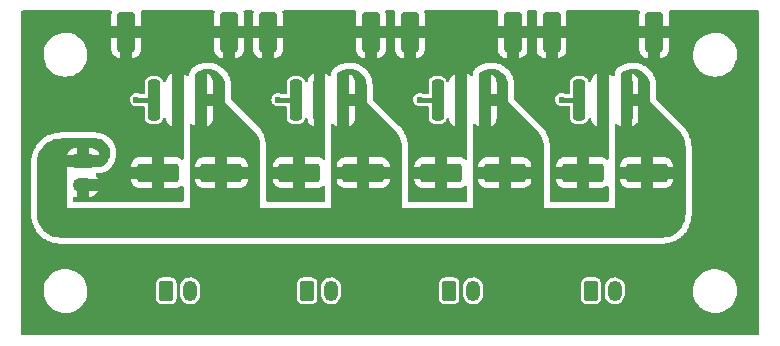
<source format=gbr>
%TF.GenerationSoftware,KiCad,Pcbnew,6.0.0*%
%TF.CreationDate,2022-01-04T22:09:20+01:00*%
%TF.ProjectId,mini_light_control,6d696e69-5f6c-4696-9768-745f636f6e74,v1.0*%
%TF.SameCoordinates,Original*%
%TF.FileFunction,Copper,L1,Top*%
%TF.FilePolarity,Positive*%
%FSLAX46Y46*%
G04 Gerber Fmt 4.6, Leading zero omitted, Abs format (unit mm)*
G04 Created by KiCad (PCBNEW 6.0.0) date 2022-01-04 22:09:20*
%MOMM*%
%LPD*%
G01*
G04 APERTURE LIST*
G04 Aperture macros list*
%AMRoundRect*
0 Rectangle with rounded corners*
0 $1 Rounding radius*
0 $2 $3 $4 $5 $6 $7 $8 $9 X,Y pos of 4 corners*
0 Add a 4 corners polygon primitive as box body*
4,1,4,$2,$3,$4,$5,$6,$7,$8,$9,$2,$3,0*
0 Add four circle primitives for the rounded corners*
1,1,$1+$1,$2,$3*
1,1,$1+$1,$4,$5*
1,1,$1+$1,$6,$7*
1,1,$1+$1,$8,$9*
0 Add four rect primitives between the rounded corners*
20,1,$1+$1,$2,$3,$4,$5,0*
20,1,$1+$1,$4,$5,$6,$7,0*
20,1,$1+$1,$6,$7,$8,$9,0*
20,1,$1+$1,$8,$9,$2,$3,0*%
G04 Aperture macros list end*
%TA.AperFunction,SMDPad,CuDef*%
%ADD10RoundRect,0.250000X1.500000X0.550000X-1.500000X0.550000X-1.500000X-0.550000X1.500000X-0.550000X0*%
%TD*%
%TA.AperFunction,ComponentPad*%
%ADD11RoundRect,0.250000X-0.350000X-0.625000X0.350000X-0.625000X0.350000X0.625000X-0.350000X0.625000X0*%
%TD*%
%TA.AperFunction,ComponentPad*%
%ADD12O,1.200000X1.750000*%
%TD*%
%TA.AperFunction,SMDPad,CuDef*%
%ADD13RoundRect,0.250000X0.250000X1.500000X-0.250000X1.500000X-0.250000X-1.500000X0.250000X-1.500000X0*%
%TD*%
%TA.AperFunction,SMDPad,CuDef*%
%ADD14RoundRect,0.250001X0.499999X1.449999X-0.499999X1.449999X-0.499999X-1.449999X0.499999X-1.449999X0*%
%TD*%
%TA.AperFunction,ComponentPad*%
%ADD15RoundRect,0.250000X-0.625000X0.350000X-0.625000X-0.350000X0.625000X-0.350000X0.625000X0.350000X0*%
%TD*%
%TA.AperFunction,ComponentPad*%
%ADD16O,1.750000X1.200000*%
%TD*%
%TA.AperFunction,ViaPad*%
%ADD17C,0.600000*%
%TD*%
%TA.AperFunction,Conductor*%
%ADD18C,0.450000*%
%TD*%
G04 APERTURE END LIST*
D10*
%TO.P,C12,1*%
%TO.N,+12V*%
X141700000Y-49000000D03*
%TO.P,C12,2*%
%TO.N,GND*%
X136300000Y-49000000D03*
%TD*%
%TO.P,C13,1*%
%TO.N,+12V*%
X153700000Y-49000000D03*
%TO.P,C13,2*%
%TO.N,GND*%
X148300000Y-49000000D03*
%TD*%
D11*
%TO.P,J7,1,Pin_1*%
%TO.N,Net-(R9-Pad1)*%
X149000000Y-59000000D03*
D12*
%TO.P,J7,2,Pin_2*%
%TO.N,Net-(C10-Pad1)*%
X151000000Y-59000000D03*
%TD*%
D11*
%TO.P,J3,1,Pin_1*%
%TO.N,Net-(R3-Pad1)*%
X124968000Y-59000000D03*
D12*
%TO.P,J3,2,Pin_2*%
%TO.N,Net-(C3-Pad1)*%
X126968000Y-59000000D03*
%TD*%
D10*
%TO.P,C7,1*%
%TO.N,+12V*%
X129700000Y-49000000D03*
%TO.P,C7,2*%
%TO.N,GND*%
X124300000Y-49000000D03*
%TD*%
D13*
%TO.P,J4,1,Pin_1*%
%TO.N,+12V*%
X116000000Y-42850000D03*
%TO.P,J4,2,Pin_2*%
%TO.N,GND*%
X114000000Y-42850000D03*
%TO.P,J4,3,Pin_3*%
%TO.N,Net-(J4-Pad3)*%
X112000000Y-42850000D03*
D14*
%TO.P,J4,MP,MountPin*%
%TO.N,GND*%
X109650000Y-37100000D03*
X118350000Y-37100000D03*
%TD*%
D11*
%TO.P,J6,1,Pin_1*%
%TO.N,Net-(R7-Pad1)*%
X137000000Y-59000000D03*
D12*
%TO.P,J6,2,Pin_2*%
%TO.N,Net-(C9-Pad1)*%
X139000000Y-59000000D03*
%TD*%
D11*
%TO.P,J2,1,Pin_1*%
%TO.N,Net-(R1-Pad1)*%
X113046000Y-59000000D03*
D12*
%TO.P,J2,2,Pin_2*%
%TO.N,Net-(C2-Pad1)*%
X115046000Y-59000000D03*
%TD*%
D10*
%TO.P,C6,1*%
%TO.N,+12V*%
X117700000Y-49000000D03*
%TO.P,C6,2*%
%TO.N,GND*%
X112300000Y-49000000D03*
%TD*%
D13*
%TO.P,J8,1,Pin_1*%
%TO.N,+12V*%
X140000000Y-42850000D03*
%TO.P,J8,2,Pin_2*%
%TO.N,GND*%
X138000000Y-42850000D03*
%TO.P,J8,3,Pin_3*%
%TO.N,Net-(J8-Pad3)*%
X136000000Y-42850000D03*
D14*
%TO.P,J8,MP,MountPin*%
%TO.N,GND*%
X133650000Y-37100000D03*
X142350000Y-37100000D03*
%TD*%
D15*
%TO.P,J1,1,Pin_1*%
%TO.N,+12V*%
X106000000Y-48000000D03*
D16*
%TO.P,J1,2,Pin_2*%
%TO.N,GND*%
X106000000Y-50000000D03*
%TD*%
D13*
%TO.P,J9,1,Pin_1*%
%TO.N,+12V*%
X152000000Y-42850000D03*
%TO.P,J9,2,Pin_2*%
%TO.N,GND*%
X150000000Y-42850000D03*
%TO.P,J9,3,Pin_3*%
%TO.N,Net-(J9-Pad3)*%
X148000000Y-42850000D03*
D14*
%TO.P,J9,MP,MountPin*%
%TO.N,GND*%
X154350000Y-37100000D03*
X145650000Y-37100000D03*
%TD*%
D13*
%TO.P,J5,1,Pin_1*%
%TO.N,+12V*%
X128000000Y-42850000D03*
%TO.P,J5,2,Pin_2*%
%TO.N,GND*%
X126000000Y-42850000D03*
%TO.P,J5,3,Pin_3*%
%TO.N,Net-(J5-Pad3)*%
X124000000Y-42850000D03*
D14*
%TO.P,J5,MP,MountPin*%
%TO.N,GND*%
X130350000Y-37100000D03*
X121650000Y-37100000D03*
%TD*%
D17*
%TO.N,GND*%
X106475000Y-40875000D03*
X116475000Y-36875000D03*
X136475000Y-36875000D03*
X136475000Y-50875000D03*
X146475000Y-56875000D03*
X122475000Y-50875000D03*
X102475000Y-44875000D03*
X140475000Y-56875000D03*
X122475000Y-56875000D03*
X125900000Y-47100000D03*
X128475000Y-56875000D03*
X116475000Y-56875000D03*
X114475000Y-38875000D03*
X108475000Y-60875000D03*
X132475000Y-56875000D03*
X109400000Y-49200000D03*
X160475000Y-56875000D03*
X162475000Y-36875000D03*
X102475000Y-56875000D03*
X160475000Y-54875000D03*
X132475000Y-58875000D03*
X124475000Y-56875000D03*
X128475000Y-58875000D03*
X102475000Y-60875000D03*
X130475000Y-56875000D03*
X162475000Y-58875000D03*
X110475000Y-44875000D03*
X148475000Y-36875000D03*
X106475000Y-42875000D03*
X104475000Y-42875000D03*
X148475000Y-38875000D03*
X162475000Y-48875000D03*
X152475000Y-58875000D03*
X162475000Y-38875000D03*
X156475000Y-42875000D03*
X112475000Y-56875000D03*
X160475000Y-52875000D03*
X102475000Y-40875000D03*
X156475000Y-56875000D03*
X156475000Y-38875000D03*
X122700000Y-41600000D03*
X162475000Y-46875000D03*
X162475000Y-54875000D03*
X126475000Y-38875000D03*
X140475000Y-58875000D03*
X158475000Y-48875000D03*
X148475000Y-50875000D03*
X134475000Y-56875000D03*
X130475000Y-58875000D03*
X160475000Y-50875000D03*
X152475000Y-38875000D03*
X162475000Y-40875000D03*
X142475000Y-58875000D03*
X158475000Y-46875000D03*
X120200000Y-41600000D03*
X162475000Y-56875000D03*
X122475000Y-58875000D03*
X154475000Y-60875000D03*
X150000000Y-47200000D03*
X162475000Y-60875000D03*
X106475000Y-56875000D03*
X140475000Y-38875000D03*
X136475000Y-56875000D03*
X112475000Y-36875000D03*
X112475000Y-38875000D03*
X146475000Y-50875000D03*
X146700000Y-43900000D03*
X158475000Y-42875000D03*
X158475000Y-56875000D03*
X160475000Y-46875000D03*
X124475000Y-48875000D03*
X140475000Y-36875000D03*
X154475000Y-58875000D03*
X138475000Y-38875000D03*
X120475000Y-58875000D03*
X152475000Y-56875000D03*
X116475000Y-58875000D03*
X123100000Y-47100000D03*
X120475000Y-56875000D03*
X110600000Y-41700000D03*
X124475000Y-38875000D03*
X118475000Y-56875000D03*
X138475000Y-36875000D03*
X124475000Y-36875000D03*
X150475000Y-60875000D03*
X144475000Y-56875000D03*
X106475000Y-60875000D03*
X128475000Y-36875000D03*
X156475000Y-60875000D03*
X110475000Y-46875000D03*
X148475000Y-56875000D03*
X162475000Y-52875000D03*
X116475000Y-38875000D03*
X134475000Y-50875000D03*
X144475000Y-58875000D03*
X114475000Y-36875000D03*
X118475000Y-58875000D03*
X160475000Y-44875000D03*
X122700000Y-44000000D03*
X162475000Y-42875000D03*
X112475000Y-50875000D03*
X102475000Y-36875000D03*
X160475000Y-48875000D03*
X146475000Y-40875000D03*
X128475000Y-38875000D03*
X104475000Y-44875000D03*
X110475000Y-58875000D03*
X134475000Y-44875000D03*
X152475000Y-36875000D03*
X136475000Y-38875000D03*
X160475000Y-42875000D03*
X148475000Y-48875000D03*
X158475000Y-52875000D03*
X106475000Y-36875000D03*
X162475000Y-50875000D03*
X134475000Y-46875000D03*
X124475000Y-50875000D03*
X158475000Y-44875000D03*
X102475000Y-42875000D03*
X146900000Y-47100000D03*
X148475000Y-60875000D03*
X156475000Y-58875000D03*
X144475000Y-40875000D03*
X142475000Y-56875000D03*
X106475000Y-44875000D03*
X132475000Y-42875000D03*
X158475000Y-54875000D03*
X160475000Y-36875000D03*
X162475000Y-44875000D03*
X156475000Y-40875000D03*
X134475000Y-58875000D03*
X150475000Y-38875000D03*
X158475000Y-50875000D03*
X154475000Y-56875000D03*
X152475000Y-60875000D03*
X126475000Y-36875000D03*
X150475000Y-36875000D03*
X156475000Y-36875000D03*
X158475000Y-36875000D03*
%TO.N,+12V*%
X111400000Y-52900000D03*
%TO.N,Net-(J4-Pad3)*%
X110500000Y-42800000D03*
%TO.N,Net-(J5-Pad3)*%
X122500000Y-42800000D03*
%TO.N,Net-(J8-Pad3)*%
X134500000Y-42800000D03*
%TO.N,Net-(J9-Pad3)*%
X146500000Y-42800000D03*
%TD*%
D18*
%TO.N,Net-(J4-Pad3)*%
X110550000Y-42850000D02*
X110500000Y-42800000D01*
X112000000Y-42850000D02*
X110550000Y-42850000D01*
%TO.N,Net-(J5-Pad3)*%
X122550000Y-42850000D02*
X122500000Y-42800000D01*
X124000000Y-42850000D02*
X122550000Y-42850000D01*
%TO.N,Net-(J8-Pad3)*%
X136000000Y-42850000D02*
X134550000Y-42850000D01*
X134550000Y-42850000D02*
X134500000Y-42800000D01*
%TO.N,Net-(J9-Pad3)*%
X146550000Y-42850000D02*
X146500000Y-42800000D01*
X148000000Y-42850000D02*
X146550000Y-42850000D01*
%TD*%
%TA.AperFunction,Conductor*%
%TO.N,GND*%
G36*
X108376291Y-35274002D02*
G01*
X108422784Y-35327658D01*
X108432888Y-35397932D01*
X108427763Y-35419667D01*
X108404861Y-35488716D01*
X108401995Y-35502081D01*
X108392328Y-35596439D01*
X108392000Y-35602855D01*
X108392000Y-36573885D01*
X108396475Y-36589124D01*
X108397865Y-36590329D01*
X108405548Y-36592000D01*
X110889885Y-36592000D01*
X110905124Y-36587525D01*
X110906329Y-36586135D01*
X110908000Y-36578452D01*
X110908000Y-35602904D01*
X110907663Y-35596389D01*
X110897744Y-35500797D01*
X110894850Y-35487398D01*
X110872323Y-35419876D01*
X110869739Y-35348927D01*
X110905922Y-35287843D01*
X110969387Y-35256018D01*
X110991847Y-35254000D01*
X117008170Y-35254000D01*
X117076291Y-35274002D01*
X117122784Y-35327658D01*
X117132888Y-35397932D01*
X117127763Y-35419667D01*
X117104861Y-35488716D01*
X117101995Y-35502081D01*
X117092328Y-35596439D01*
X117092000Y-35602856D01*
X117092000Y-36573885D01*
X117096475Y-36589124D01*
X117097865Y-36590329D01*
X117105548Y-36592000D01*
X119589885Y-36592000D01*
X119605124Y-36587525D01*
X119606329Y-36586135D01*
X119608000Y-36578452D01*
X119608000Y-35602904D01*
X119607663Y-35596389D01*
X119597744Y-35500797D01*
X119594850Y-35487398D01*
X119572323Y-35419876D01*
X119569739Y-35348927D01*
X119605922Y-35287843D01*
X119669387Y-35256018D01*
X119691847Y-35254000D01*
X120308170Y-35254000D01*
X120376291Y-35274002D01*
X120422784Y-35327658D01*
X120432888Y-35397932D01*
X120427763Y-35419667D01*
X120404861Y-35488716D01*
X120401995Y-35502081D01*
X120392328Y-35596439D01*
X120392000Y-35602856D01*
X120392000Y-36573885D01*
X120396475Y-36589124D01*
X120397865Y-36590329D01*
X120405548Y-36592000D01*
X122889885Y-36592000D01*
X122905124Y-36587525D01*
X122906329Y-36586135D01*
X122908000Y-36578452D01*
X122908000Y-35602904D01*
X122907663Y-35596389D01*
X122897744Y-35500797D01*
X122894850Y-35487398D01*
X122872323Y-35419876D01*
X122869739Y-35348927D01*
X122905922Y-35287843D01*
X122969387Y-35256018D01*
X122991847Y-35254000D01*
X129008170Y-35254000D01*
X129076291Y-35274002D01*
X129122784Y-35327658D01*
X129132888Y-35397932D01*
X129127763Y-35419667D01*
X129104861Y-35488716D01*
X129101995Y-35502081D01*
X129092328Y-35596439D01*
X129092000Y-35602856D01*
X129092000Y-36573885D01*
X129096475Y-36589124D01*
X129097865Y-36590329D01*
X129105548Y-36592000D01*
X131589885Y-36592000D01*
X131605124Y-36587525D01*
X131606329Y-36586135D01*
X131608000Y-36578452D01*
X131608000Y-35602904D01*
X131607663Y-35596389D01*
X131597744Y-35500797D01*
X131594850Y-35487398D01*
X131572323Y-35419876D01*
X131569739Y-35348927D01*
X131605922Y-35287843D01*
X131669387Y-35256018D01*
X131691847Y-35254000D01*
X132308170Y-35254000D01*
X132376291Y-35274002D01*
X132422784Y-35327658D01*
X132432888Y-35397932D01*
X132427763Y-35419667D01*
X132404861Y-35488716D01*
X132401995Y-35502081D01*
X132392328Y-35596439D01*
X132392000Y-35602856D01*
X132392000Y-36573885D01*
X132396475Y-36589124D01*
X132397865Y-36590329D01*
X132405548Y-36592000D01*
X134889885Y-36592000D01*
X134905124Y-36587525D01*
X134906329Y-36586135D01*
X134908000Y-36578452D01*
X134908000Y-35602904D01*
X134907663Y-35596389D01*
X134897744Y-35500797D01*
X134894850Y-35487398D01*
X134872323Y-35419876D01*
X134869739Y-35348927D01*
X134905922Y-35287843D01*
X134969387Y-35256018D01*
X134991847Y-35254000D01*
X141008170Y-35254000D01*
X141076291Y-35274002D01*
X141122784Y-35327658D01*
X141132888Y-35397932D01*
X141127763Y-35419667D01*
X141104861Y-35488716D01*
X141101995Y-35502081D01*
X141092328Y-35596439D01*
X141092000Y-35602856D01*
X141092000Y-36573885D01*
X141096475Y-36589124D01*
X141097865Y-36590329D01*
X141105548Y-36592000D01*
X143589885Y-36592000D01*
X143605124Y-36587525D01*
X143606329Y-36586135D01*
X143608000Y-36578452D01*
X143608000Y-35602904D01*
X143607663Y-35596389D01*
X143597744Y-35500797D01*
X143594850Y-35487398D01*
X143572323Y-35419876D01*
X143569739Y-35348927D01*
X143605922Y-35287843D01*
X143669387Y-35256018D01*
X143691847Y-35254000D01*
X144308170Y-35254000D01*
X144376291Y-35274002D01*
X144422784Y-35327658D01*
X144432888Y-35397932D01*
X144427763Y-35419667D01*
X144404861Y-35488716D01*
X144401995Y-35502081D01*
X144392328Y-35596439D01*
X144392000Y-35602856D01*
X144392000Y-36573885D01*
X144396475Y-36589124D01*
X144397865Y-36590329D01*
X144405548Y-36592000D01*
X146889885Y-36592000D01*
X146905124Y-36587525D01*
X146906329Y-36586135D01*
X146908000Y-36578452D01*
X146908000Y-35602904D01*
X146907663Y-35596389D01*
X146897744Y-35500797D01*
X146894850Y-35487398D01*
X146872323Y-35419876D01*
X146869739Y-35348927D01*
X146905922Y-35287843D01*
X146969387Y-35256018D01*
X146991847Y-35254000D01*
X153008170Y-35254000D01*
X153076291Y-35274002D01*
X153122784Y-35327658D01*
X153132888Y-35397932D01*
X153127763Y-35419667D01*
X153104861Y-35488716D01*
X153101995Y-35502081D01*
X153092328Y-35596439D01*
X153092000Y-35602856D01*
X153092000Y-36573885D01*
X153096475Y-36589124D01*
X153097865Y-36590329D01*
X153105548Y-36592000D01*
X155589885Y-36592000D01*
X155605124Y-36587525D01*
X155606329Y-36586135D01*
X155608000Y-36578452D01*
X155608000Y-35602904D01*
X155607663Y-35596389D01*
X155597744Y-35500797D01*
X155594850Y-35487398D01*
X155572323Y-35419876D01*
X155569739Y-35348927D01*
X155605922Y-35287843D01*
X155669387Y-35256018D01*
X155691847Y-35254000D01*
X163120000Y-35254000D01*
X163188121Y-35274002D01*
X163234614Y-35327658D01*
X163246000Y-35380000D01*
X163246000Y-62620000D01*
X163225998Y-62688121D01*
X163172342Y-62734614D01*
X163120000Y-62746000D01*
X100880000Y-62746000D01*
X100811879Y-62725998D01*
X100765386Y-62672342D01*
X100754000Y-62620000D01*
X100754000Y-59042186D01*
X102641018Y-59042186D01*
X102666579Y-59310100D01*
X102667664Y-59314534D01*
X102667665Y-59314540D01*
X102729461Y-59567080D01*
X102730547Y-59571518D01*
X102831583Y-59820963D01*
X102967569Y-60053210D01*
X103135658Y-60263395D01*
X103332327Y-60447113D01*
X103553457Y-60600516D01*
X103794416Y-60720391D01*
X103798750Y-60721812D01*
X103798753Y-60721813D01*
X104045823Y-60802807D01*
X104045829Y-60802808D01*
X104050156Y-60804227D01*
X104054647Y-60805007D01*
X104054648Y-60805007D01*
X104311538Y-60849611D01*
X104311546Y-60849612D01*
X104315319Y-60850267D01*
X104319156Y-60850458D01*
X104398777Y-60854422D01*
X104398785Y-60854422D01*
X104400348Y-60854500D01*
X104568374Y-60854500D01*
X104570642Y-60854335D01*
X104570654Y-60854335D01*
X104701457Y-60844844D01*
X104768425Y-60839985D01*
X104772880Y-60839001D01*
X104772883Y-60839001D01*
X105026770Y-60782947D01*
X105026772Y-60782946D01*
X105031226Y-60781963D01*
X105282900Y-60686613D01*
X105518172Y-60555931D01*
X105664842Y-60443996D01*
X105728491Y-60395421D01*
X105728495Y-60395417D01*
X105732116Y-60392654D01*
X105920249Y-60200203D01*
X105975833Y-60123839D01*
X106075942Y-59986304D01*
X106075947Y-59986297D01*
X106078630Y-59982610D01*
X106203941Y-59744433D01*
X106229253Y-59672756D01*
X112191500Y-59672756D01*
X112191869Y-59676152D01*
X112191869Y-59676153D01*
X112195990Y-59714082D01*
X112198202Y-59734448D01*
X112248929Y-59869764D01*
X112254309Y-59876943D01*
X112254311Y-59876946D01*
X112293752Y-59929572D01*
X112335596Y-59985404D01*
X112342776Y-59990785D01*
X112444054Y-60066689D01*
X112444057Y-60066691D01*
X112451236Y-60072071D01*
X112536384Y-60103991D01*
X112579157Y-60120026D01*
X112579159Y-60120026D01*
X112586552Y-60122798D01*
X112594402Y-60123651D01*
X112594403Y-60123651D01*
X112596134Y-60123839D01*
X112648244Y-60129500D01*
X113443756Y-60129500D01*
X113495866Y-60123839D01*
X113497597Y-60123651D01*
X113497598Y-60123651D01*
X113505448Y-60122798D01*
X113512841Y-60120026D01*
X113512843Y-60120026D01*
X113555616Y-60103991D01*
X113640764Y-60072071D01*
X113647943Y-60066691D01*
X113647946Y-60066689D01*
X113749224Y-59990785D01*
X113756404Y-59985404D01*
X113798248Y-59929572D01*
X113837689Y-59876946D01*
X113837691Y-59876943D01*
X113843071Y-59869764D01*
X113893798Y-59734448D01*
X113896011Y-59714082D01*
X113900131Y-59676153D01*
X113900131Y-59676152D01*
X113900500Y-59672756D01*
X113900500Y-59321385D01*
X114191500Y-59321385D01*
X114206512Y-59459573D01*
X114265730Y-59635535D01*
X114361351Y-59794677D01*
X114366039Y-59799634D01*
X114366041Y-59799637D01*
X114484227Y-59924614D01*
X114488916Y-59929572D01*
X114642471Y-60033928D01*
X114648805Y-60036461D01*
X114648808Y-60036463D01*
X114808516Y-60100342D01*
X114808521Y-60100343D01*
X114814853Y-60102876D01*
X114821580Y-60103990D01*
X114821585Y-60103991D01*
X114991282Y-60132084D01*
X114991285Y-60132084D01*
X114998019Y-60133199D01*
X115004836Y-60132842D01*
X115004840Y-60132842D01*
X115155920Y-60124923D01*
X115183424Y-60123482D01*
X115189996Y-60121672D01*
X115190001Y-60121671D01*
X115355835Y-60075992D01*
X115362417Y-60074179D01*
X115526648Y-59987590D01*
X115668454Y-59867755D01*
X115672602Y-59862330D01*
X115777075Y-59725685D01*
X115777077Y-59725681D01*
X115781219Y-59720264D01*
X115784102Y-59714082D01*
X115803373Y-59672756D01*
X124113500Y-59672756D01*
X124113869Y-59676152D01*
X124113869Y-59676153D01*
X124117990Y-59714082D01*
X124120202Y-59734448D01*
X124170929Y-59869764D01*
X124176309Y-59876943D01*
X124176311Y-59876946D01*
X124215752Y-59929572D01*
X124257596Y-59985404D01*
X124264776Y-59990785D01*
X124366054Y-60066689D01*
X124366057Y-60066691D01*
X124373236Y-60072071D01*
X124458384Y-60103991D01*
X124501157Y-60120026D01*
X124501159Y-60120026D01*
X124508552Y-60122798D01*
X124516402Y-60123651D01*
X124516403Y-60123651D01*
X124518134Y-60123839D01*
X124570244Y-60129500D01*
X125365756Y-60129500D01*
X125417866Y-60123839D01*
X125419597Y-60123651D01*
X125419598Y-60123651D01*
X125427448Y-60122798D01*
X125434841Y-60120026D01*
X125434843Y-60120026D01*
X125477616Y-60103991D01*
X125562764Y-60072071D01*
X125569943Y-60066691D01*
X125569946Y-60066689D01*
X125671224Y-59990785D01*
X125678404Y-59985404D01*
X125720248Y-59929572D01*
X125759689Y-59876946D01*
X125759691Y-59876943D01*
X125765071Y-59869764D01*
X125815798Y-59734448D01*
X125818011Y-59714082D01*
X125822131Y-59676153D01*
X125822131Y-59676152D01*
X125822500Y-59672756D01*
X125822500Y-59321385D01*
X126113500Y-59321385D01*
X126128512Y-59459573D01*
X126187730Y-59635535D01*
X126283351Y-59794677D01*
X126288039Y-59799634D01*
X126288041Y-59799637D01*
X126406227Y-59924614D01*
X126410916Y-59929572D01*
X126564471Y-60033928D01*
X126570805Y-60036461D01*
X126570808Y-60036463D01*
X126730516Y-60100342D01*
X126730521Y-60100343D01*
X126736853Y-60102876D01*
X126743580Y-60103990D01*
X126743585Y-60103991D01*
X126913282Y-60132084D01*
X126913285Y-60132084D01*
X126920019Y-60133199D01*
X126926836Y-60132842D01*
X126926840Y-60132842D01*
X127077920Y-60124923D01*
X127105424Y-60123482D01*
X127111996Y-60121672D01*
X127112001Y-60121671D01*
X127277835Y-60075992D01*
X127284417Y-60074179D01*
X127448648Y-59987590D01*
X127590454Y-59867755D01*
X127594602Y-59862330D01*
X127699075Y-59725685D01*
X127699077Y-59725681D01*
X127703219Y-59720264D01*
X127706102Y-59714082D01*
X127725373Y-59672756D01*
X136145500Y-59672756D01*
X136145869Y-59676152D01*
X136145869Y-59676153D01*
X136149990Y-59714082D01*
X136152202Y-59734448D01*
X136202929Y-59869764D01*
X136208309Y-59876943D01*
X136208311Y-59876946D01*
X136247752Y-59929572D01*
X136289596Y-59985404D01*
X136296776Y-59990785D01*
X136398054Y-60066689D01*
X136398057Y-60066691D01*
X136405236Y-60072071D01*
X136490384Y-60103991D01*
X136533157Y-60120026D01*
X136533159Y-60120026D01*
X136540552Y-60122798D01*
X136548402Y-60123651D01*
X136548403Y-60123651D01*
X136550134Y-60123839D01*
X136602244Y-60129500D01*
X137397756Y-60129500D01*
X137449866Y-60123839D01*
X137451597Y-60123651D01*
X137451598Y-60123651D01*
X137459448Y-60122798D01*
X137466841Y-60120026D01*
X137466843Y-60120026D01*
X137509616Y-60103991D01*
X137594764Y-60072071D01*
X137601943Y-60066691D01*
X137601946Y-60066689D01*
X137703224Y-59990785D01*
X137710404Y-59985404D01*
X137752248Y-59929572D01*
X137791689Y-59876946D01*
X137791691Y-59876943D01*
X137797071Y-59869764D01*
X137847798Y-59734448D01*
X137850011Y-59714082D01*
X137854131Y-59676153D01*
X137854131Y-59676152D01*
X137854500Y-59672756D01*
X137854500Y-59321385D01*
X138145500Y-59321385D01*
X138160512Y-59459573D01*
X138219730Y-59635535D01*
X138315351Y-59794677D01*
X138320039Y-59799634D01*
X138320041Y-59799637D01*
X138438227Y-59924614D01*
X138442916Y-59929572D01*
X138596471Y-60033928D01*
X138602805Y-60036461D01*
X138602808Y-60036463D01*
X138762516Y-60100342D01*
X138762521Y-60100343D01*
X138768853Y-60102876D01*
X138775580Y-60103990D01*
X138775585Y-60103991D01*
X138945282Y-60132084D01*
X138945285Y-60132084D01*
X138952019Y-60133199D01*
X138958836Y-60132842D01*
X138958840Y-60132842D01*
X139109920Y-60124923D01*
X139137424Y-60123482D01*
X139143996Y-60121672D01*
X139144001Y-60121671D01*
X139309835Y-60075992D01*
X139316417Y-60074179D01*
X139480648Y-59987590D01*
X139622454Y-59867755D01*
X139626602Y-59862330D01*
X139731075Y-59725685D01*
X139731077Y-59725681D01*
X139735219Y-59720264D01*
X139738102Y-59714082D01*
X139757373Y-59672756D01*
X148145500Y-59672756D01*
X148145869Y-59676152D01*
X148145869Y-59676153D01*
X148149990Y-59714082D01*
X148152202Y-59734448D01*
X148202929Y-59869764D01*
X148208309Y-59876943D01*
X148208311Y-59876946D01*
X148247752Y-59929572D01*
X148289596Y-59985404D01*
X148296776Y-59990785D01*
X148398054Y-60066689D01*
X148398057Y-60066691D01*
X148405236Y-60072071D01*
X148490384Y-60103991D01*
X148533157Y-60120026D01*
X148533159Y-60120026D01*
X148540552Y-60122798D01*
X148548402Y-60123651D01*
X148548403Y-60123651D01*
X148550134Y-60123839D01*
X148602244Y-60129500D01*
X149397756Y-60129500D01*
X149449866Y-60123839D01*
X149451597Y-60123651D01*
X149451598Y-60123651D01*
X149459448Y-60122798D01*
X149466841Y-60120026D01*
X149466843Y-60120026D01*
X149509616Y-60103991D01*
X149594764Y-60072071D01*
X149601943Y-60066691D01*
X149601946Y-60066689D01*
X149703224Y-59990785D01*
X149710404Y-59985404D01*
X149752248Y-59929572D01*
X149791689Y-59876946D01*
X149791691Y-59876943D01*
X149797071Y-59869764D01*
X149847798Y-59734448D01*
X149850011Y-59714082D01*
X149854131Y-59676153D01*
X149854131Y-59676152D01*
X149854500Y-59672756D01*
X149854500Y-59321385D01*
X150145500Y-59321385D01*
X150160512Y-59459573D01*
X150219730Y-59635535D01*
X150315351Y-59794677D01*
X150320039Y-59799634D01*
X150320041Y-59799637D01*
X150438227Y-59924614D01*
X150442916Y-59929572D01*
X150596471Y-60033928D01*
X150602805Y-60036461D01*
X150602808Y-60036463D01*
X150762516Y-60100342D01*
X150762521Y-60100343D01*
X150768853Y-60102876D01*
X150775580Y-60103990D01*
X150775585Y-60103991D01*
X150945282Y-60132084D01*
X150945285Y-60132084D01*
X150952019Y-60133199D01*
X150958836Y-60132842D01*
X150958840Y-60132842D01*
X151109920Y-60124923D01*
X151137424Y-60123482D01*
X151143996Y-60121672D01*
X151144001Y-60121671D01*
X151309835Y-60075992D01*
X151316417Y-60074179D01*
X151480648Y-59987590D01*
X151622454Y-59867755D01*
X151626602Y-59862330D01*
X151731075Y-59725685D01*
X151731077Y-59725681D01*
X151735219Y-59720264D01*
X151738102Y-59714082D01*
X151810802Y-59558177D01*
X151810803Y-59558174D01*
X151813682Y-59552000D01*
X151826429Y-59494975D01*
X151853056Y-59375849D01*
X151854182Y-59370812D01*
X151854500Y-59365124D01*
X151854500Y-59042186D01*
X157641018Y-59042186D01*
X157666579Y-59310100D01*
X157667664Y-59314534D01*
X157667665Y-59314540D01*
X157729461Y-59567080D01*
X157730547Y-59571518D01*
X157831583Y-59820963D01*
X157967569Y-60053210D01*
X158135658Y-60263395D01*
X158332327Y-60447113D01*
X158553457Y-60600516D01*
X158794416Y-60720391D01*
X158798750Y-60721812D01*
X158798753Y-60721813D01*
X159045823Y-60802807D01*
X159045829Y-60802808D01*
X159050156Y-60804227D01*
X159054647Y-60805007D01*
X159054648Y-60805007D01*
X159311538Y-60849611D01*
X159311546Y-60849612D01*
X159315319Y-60850267D01*
X159319156Y-60850458D01*
X159398777Y-60854422D01*
X159398785Y-60854422D01*
X159400348Y-60854500D01*
X159568374Y-60854500D01*
X159570642Y-60854335D01*
X159570654Y-60854335D01*
X159701457Y-60844844D01*
X159768425Y-60839985D01*
X159772880Y-60839001D01*
X159772883Y-60839001D01*
X160026770Y-60782947D01*
X160026772Y-60782946D01*
X160031226Y-60781963D01*
X160282900Y-60686613D01*
X160518172Y-60555931D01*
X160664842Y-60443996D01*
X160728491Y-60395421D01*
X160728495Y-60395417D01*
X160732116Y-60392654D01*
X160920249Y-60200203D01*
X160975833Y-60123839D01*
X161075942Y-59986304D01*
X161075947Y-59986297D01*
X161078630Y-59982610D01*
X161203941Y-59744433D01*
X161293557Y-59490662D01*
X161327595Y-59317968D01*
X161344720Y-59231083D01*
X161344721Y-59231077D01*
X161345601Y-59226611D01*
X161354782Y-59042186D01*
X161358755Y-58962383D01*
X161358755Y-58962377D01*
X161358982Y-58957814D01*
X161333421Y-58689900D01*
X161329829Y-58675218D01*
X161270539Y-58432920D01*
X161269453Y-58428482D01*
X161168417Y-58179037D01*
X161032431Y-57946790D01*
X160864342Y-57736605D01*
X160667673Y-57552887D01*
X160446543Y-57399484D01*
X160205584Y-57279609D01*
X160201250Y-57278188D01*
X160201247Y-57278187D01*
X159954177Y-57197193D01*
X159954171Y-57197192D01*
X159949844Y-57195773D01*
X159945352Y-57194993D01*
X159688462Y-57150389D01*
X159688454Y-57150388D01*
X159684681Y-57149733D01*
X159674718Y-57149237D01*
X159601223Y-57145578D01*
X159601215Y-57145578D01*
X159599652Y-57145500D01*
X159431626Y-57145500D01*
X159429358Y-57145665D01*
X159429346Y-57145665D01*
X159298543Y-57155156D01*
X159231575Y-57160015D01*
X159227120Y-57160999D01*
X159227117Y-57160999D01*
X158973230Y-57217053D01*
X158973228Y-57217054D01*
X158968774Y-57218037D01*
X158717100Y-57313387D01*
X158481828Y-57444069D01*
X158478196Y-57446841D01*
X158271509Y-57604579D01*
X158271505Y-57604583D01*
X158267884Y-57607346D01*
X158079751Y-57799797D01*
X158077066Y-57803486D01*
X157924058Y-58013696D01*
X157924053Y-58013703D01*
X157921370Y-58017390D01*
X157796059Y-58255567D01*
X157706443Y-58509338D01*
X157698978Y-58547212D01*
X157670855Y-58689900D01*
X157654399Y-58773389D01*
X157654172Y-58777942D01*
X157654172Y-58777945D01*
X157644991Y-58962383D01*
X157641018Y-59042186D01*
X151854500Y-59042186D01*
X151854500Y-58678615D01*
X151839488Y-58540427D01*
X151780270Y-58364465D01*
X151684649Y-58205323D01*
X151663792Y-58183267D01*
X151561773Y-58075386D01*
X151561771Y-58075384D01*
X151557084Y-58070428D01*
X151403529Y-57966072D01*
X151397195Y-57963539D01*
X151397192Y-57963537D01*
X151237484Y-57899658D01*
X151237479Y-57899657D01*
X151231147Y-57897124D01*
X151224420Y-57896010D01*
X151224415Y-57896009D01*
X151054718Y-57867916D01*
X151054715Y-57867916D01*
X151047981Y-57866801D01*
X151041164Y-57867158D01*
X151041160Y-57867158D01*
X150890080Y-57875077D01*
X150862576Y-57876518D01*
X150856004Y-57878328D01*
X150855999Y-57878329D01*
X150690165Y-57924008D01*
X150683583Y-57925821D01*
X150519352Y-58012410D01*
X150377546Y-58132245D01*
X150373399Y-58137668D01*
X150373398Y-58137670D01*
X150268925Y-58274315D01*
X150268923Y-58274319D01*
X150264781Y-58279736D01*
X150261899Y-58285916D01*
X150261898Y-58285918D01*
X150222254Y-58370936D01*
X150186318Y-58448000D01*
X150184832Y-58454648D01*
X150184831Y-58454651D01*
X150167104Y-58533960D01*
X150145818Y-58629188D01*
X150145500Y-58634876D01*
X150145500Y-59321385D01*
X149854500Y-59321385D01*
X149854500Y-58327244D01*
X149854131Y-58323847D01*
X149848651Y-58273403D01*
X149848651Y-58273402D01*
X149847798Y-58265552D01*
X149797071Y-58130236D01*
X149791691Y-58123057D01*
X149791689Y-58123054D01*
X149715785Y-58021776D01*
X149710404Y-58014596D01*
X149689977Y-57999287D01*
X149601946Y-57933311D01*
X149601943Y-57933309D01*
X149594764Y-57927929D01*
X149505046Y-57894296D01*
X149466843Y-57879974D01*
X149466841Y-57879974D01*
X149459448Y-57877202D01*
X149451598Y-57876349D01*
X149451597Y-57876349D01*
X149401153Y-57870869D01*
X149401152Y-57870869D01*
X149397756Y-57870500D01*
X148602244Y-57870500D01*
X148598848Y-57870869D01*
X148598847Y-57870869D01*
X148548403Y-57876349D01*
X148548402Y-57876349D01*
X148540552Y-57877202D01*
X148533159Y-57879974D01*
X148533157Y-57879974D01*
X148494954Y-57894296D01*
X148405236Y-57927929D01*
X148398057Y-57933309D01*
X148398054Y-57933311D01*
X148310023Y-57999287D01*
X148289596Y-58014596D01*
X148284215Y-58021776D01*
X148208311Y-58123054D01*
X148208309Y-58123057D01*
X148202929Y-58130236D01*
X148152202Y-58265552D01*
X148151349Y-58273402D01*
X148151349Y-58273403D01*
X148145869Y-58323847D01*
X148145500Y-58327244D01*
X148145500Y-59672756D01*
X139757373Y-59672756D01*
X139810802Y-59558177D01*
X139810803Y-59558174D01*
X139813682Y-59552000D01*
X139826429Y-59494975D01*
X139853056Y-59375849D01*
X139854182Y-59370812D01*
X139854500Y-59365124D01*
X139854500Y-58678615D01*
X139839488Y-58540427D01*
X139780270Y-58364465D01*
X139684649Y-58205323D01*
X139663792Y-58183267D01*
X139561773Y-58075386D01*
X139561771Y-58075384D01*
X139557084Y-58070428D01*
X139403529Y-57966072D01*
X139397195Y-57963539D01*
X139397192Y-57963537D01*
X139237484Y-57899658D01*
X139237479Y-57899657D01*
X139231147Y-57897124D01*
X139224420Y-57896010D01*
X139224415Y-57896009D01*
X139054718Y-57867916D01*
X139054715Y-57867916D01*
X139047981Y-57866801D01*
X139041164Y-57867158D01*
X139041160Y-57867158D01*
X138890080Y-57875077D01*
X138862576Y-57876518D01*
X138856004Y-57878328D01*
X138855999Y-57878329D01*
X138690165Y-57924008D01*
X138683583Y-57925821D01*
X138519352Y-58012410D01*
X138377546Y-58132245D01*
X138373399Y-58137668D01*
X138373398Y-58137670D01*
X138268925Y-58274315D01*
X138268923Y-58274319D01*
X138264781Y-58279736D01*
X138261899Y-58285916D01*
X138261898Y-58285918D01*
X138222254Y-58370936D01*
X138186318Y-58448000D01*
X138184832Y-58454648D01*
X138184831Y-58454651D01*
X138167104Y-58533960D01*
X138145818Y-58629188D01*
X138145500Y-58634876D01*
X138145500Y-59321385D01*
X137854500Y-59321385D01*
X137854500Y-58327244D01*
X137854131Y-58323847D01*
X137848651Y-58273403D01*
X137848651Y-58273402D01*
X137847798Y-58265552D01*
X137797071Y-58130236D01*
X137791691Y-58123057D01*
X137791689Y-58123054D01*
X137715785Y-58021776D01*
X137710404Y-58014596D01*
X137689977Y-57999287D01*
X137601946Y-57933311D01*
X137601943Y-57933309D01*
X137594764Y-57927929D01*
X137505046Y-57894296D01*
X137466843Y-57879974D01*
X137466841Y-57879974D01*
X137459448Y-57877202D01*
X137451598Y-57876349D01*
X137451597Y-57876349D01*
X137401153Y-57870869D01*
X137401152Y-57870869D01*
X137397756Y-57870500D01*
X136602244Y-57870500D01*
X136598848Y-57870869D01*
X136598847Y-57870869D01*
X136548403Y-57876349D01*
X136548402Y-57876349D01*
X136540552Y-57877202D01*
X136533159Y-57879974D01*
X136533157Y-57879974D01*
X136494954Y-57894296D01*
X136405236Y-57927929D01*
X136398057Y-57933309D01*
X136398054Y-57933311D01*
X136310023Y-57999287D01*
X136289596Y-58014596D01*
X136284215Y-58021776D01*
X136208311Y-58123054D01*
X136208309Y-58123057D01*
X136202929Y-58130236D01*
X136152202Y-58265552D01*
X136151349Y-58273402D01*
X136151349Y-58273403D01*
X136145869Y-58323847D01*
X136145500Y-58327244D01*
X136145500Y-59672756D01*
X127725373Y-59672756D01*
X127778802Y-59558177D01*
X127778803Y-59558174D01*
X127781682Y-59552000D01*
X127794429Y-59494975D01*
X127821056Y-59375849D01*
X127822182Y-59370812D01*
X127822500Y-59365124D01*
X127822500Y-58678615D01*
X127807488Y-58540427D01*
X127748270Y-58364465D01*
X127652649Y-58205323D01*
X127631792Y-58183267D01*
X127529773Y-58075386D01*
X127529771Y-58075384D01*
X127525084Y-58070428D01*
X127371529Y-57966072D01*
X127365195Y-57963539D01*
X127365192Y-57963537D01*
X127205484Y-57899658D01*
X127205479Y-57899657D01*
X127199147Y-57897124D01*
X127192420Y-57896010D01*
X127192415Y-57896009D01*
X127022718Y-57867916D01*
X127022715Y-57867916D01*
X127015981Y-57866801D01*
X127009164Y-57867158D01*
X127009160Y-57867158D01*
X126858080Y-57875077D01*
X126830576Y-57876518D01*
X126824004Y-57878328D01*
X126823999Y-57878329D01*
X126658165Y-57924008D01*
X126651583Y-57925821D01*
X126487352Y-58012410D01*
X126345546Y-58132245D01*
X126341399Y-58137668D01*
X126341398Y-58137670D01*
X126236925Y-58274315D01*
X126236923Y-58274319D01*
X126232781Y-58279736D01*
X126229899Y-58285916D01*
X126229898Y-58285918D01*
X126190254Y-58370936D01*
X126154318Y-58448000D01*
X126152832Y-58454648D01*
X126152831Y-58454651D01*
X126135104Y-58533960D01*
X126113818Y-58629188D01*
X126113500Y-58634876D01*
X126113500Y-59321385D01*
X125822500Y-59321385D01*
X125822500Y-58327244D01*
X125822131Y-58323847D01*
X125816651Y-58273403D01*
X125816651Y-58273402D01*
X125815798Y-58265552D01*
X125765071Y-58130236D01*
X125759691Y-58123057D01*
X125759689Y-58123054D01*
X125683785Y-58021776D01*
X125678404Y-58014596D01*
X125657977Y-57999287D01*
X125569946Y-57933311D01*
X125569943Y-57933309D01*
X125562764Y-57927929D01*
X125473046Y-57894296D01*
X125434843Y-57879974D01*
X125434841Y-57879974D01*
X125427448Y-57877202D01*
X125419598Y-57876349D01*
X125419597Y-57876349D01*
X125369153Y-57870869D01*
X125369152Y-57870869D01*
X125365756Y-57870500D01*
X124570244Y-57870500D01*
X124566848Y-57870869D01*
X124566847Y-57870869D01*
X124516403Y-57876349D01*
X124516402Y-57876349D01*
X124508552Y-57877202D01*
X124501159Y-57879974D01*
X124501157Y-57879974D01*
X124462954Y-57894296D01*
X124373236Y-57927929D01*
X124366057Y-57933309D01*
X124366054Y-57933311D01*
X124278023Y-57999287D01*
X124257596Y-58014596D01*
X124252215Y-58021776D01*
X124176311Y-58123054D01*
X124176309Y-58123057D01*
X124170929Y-58130236D01*
X124120202Y-58265552D01*
X124119349Y-58273402D01*
X124119349Y-58273403D01*
X124113869Y-58323847D01*
X124113500Y-58327244D01*
X124113500Y-59672756D01*
X115803373Y-59672756D01*
X115856802Y-59558177D01*
X115856803Y-59558174D01*
X115859682Y-59552000D01*
X115872429Y-59494975D01*
X115899056Y-59375849D01*
X115900182Y-59370812D01*
X115900500Y-59365124D01*
X115900500Y-58678615D01*
X115885488Y-58540427D01*
X115826270Y-58364465D01*
X115730649Y-58205323D01*
X115709792Y-58183267D01*
X115607773Y-58075386D01*
X115607771Y-58075384D01*
X115603084Y-58070428D01*
X115449529Y-57966072D01*
X115443195Y-57963539D01*
X115443192Y-57963537D01*
X115283484Y-57899658D01*
X115283479Y-57899657D01*
X115277147Y-57897124D01*
X115270420Y-57896010D01*
X115270415Y-57896009D01*
X115100718Y-57867916D01*
X115100715Y-57867916D01*
X115093981Y-57866801D01*
X115087164Y-57867158D01*
X115087160Y-57867158D01*
X114936080Y-57875077D01*
X114908576Y-57876518D01*
X114902004Y-57878328D01*
X114901999Y-57878329D01*
X114736165Y-57924008D01*
X114729583Y-57925821D01*
X114565352Y-58012410D01*
X114423546Y-58132245D01*
X114419399Y-58137668D01*
X114419398Y-58137670D01*
X114314925Y-58274315D01*
X114314923Y-58274319D01*
X114310781Y-58279736D01*
X114307899Y-58285916D01*
X114307898Y-58285918D01*
X114268254Y-58370936D01*
X114232318Y-58448000D01*
X114230832Y-58454648D01*
X114230831Y-58454651D01*
X114213104Y-58533960D01*
X114191818Y-58629188D01*
X114191500Y-58634876D01*
X114191500Y-59321385D01*
X113900500Y-59321385D01*
X113900500Y-58327244D01*
X113900131Y-58323847D01*
X113894651Y-58273403D01*
X113894651Y-58273402D01*
X113893798Y-58265552D01*
X113843071Y-58130236D01*
X113837691Y-58123057D01*
X113837689Y-58123054D01*
X113761785Y-58021776D01*
X113756404Y-58014596D01*
X113735977Y-57999287D01*
X113647946Y-57933311D01*
X113647943Y-57933309D01*
X113640764Y-57927929D01*
X113551046Y-57894296D01*
X113512843Y-57879974D01*
X113512841Y-57879974D01*
X113505448Y-57877202D01*
X113497598Y-57876349D01*
X113497597Y-57876349D01*
X113447153Y-57870869D01*
X113447152Y-57870869D01*
X113443756Y-57870500D01*
X112648244Y-57870500D01*
X112644848Y-57870869D01*
X112644847Y-57870869D01*
X112594403Y-57876349D01*
X112594402Y-57876349D01*
X112586552Y-57877202D01*
X112579159Y-57879974D01*
X112579157Y-57879974D01*
X112540954Y-57894296D01*
X112451236Y-57927929D01*
X112444057Y-57933309D01*
X112444054Y-57933311D01*
X112356023Y-57999287D01*
X112335596Y-58014596D01*
X112330215Y-58021776D01*
X112254311Y-58123054D01*
X112254309Y-58123057D01*
X112248929Y-58130236D01*
X112198202Y-58265552D01*
X112197349Y-58273402D01*
X112197349Y-58273403D01*
X112191869Y-58323847D01*
X112191500Y-58327244D01*
X112191500Y-59672756D01*
X106229253Y-59672756D01*
X106293557Y-59490662D01*
X106327595Y-59317968D01*
X106344720Y-59231083D01*
X106344721Y-59231077D01*
X106345601Y-59226611D01*
X106354782Y-59042186D01*
X106358755Y-58962383D01*
X106358755Y-58962377D01*
X106358982Y-58957814D01*
X106333421Y-58689900D01*
X106329829Y-58675218D01*
X106270539Y-58432920D01*
X106269453Y-58428482D01*
X106168417Y-58179037D01*
X106032431Y-57946790D01*
X105864342Y-57736605D01*
X105667673Y-57552887D01*
X105446543Y-57399484D01*
X105205584Y-57279609D01*
X105201250Y-57278188D01*
X105201247Y-57278187D01*
X104954177Y-57197193D01*
X104954171Y-57197192D01*
X104949844Y-57195773D01*
X104945352Y-57194993D01*
X104688462Y-57150389D01*
X104688454Y-57150388D01*
X104684681Y-57149733D01*
X104674718Y-57149237D01*
X104601223Y-57145578D01*
X104601215Y-57145578D01*
X104599652Y-57145500D01*
X104431626Y-57145500D01*
X104429358Y-57145665D01*
X104429346Y-57145665D01*
X104298543Y-57155156D01*
X104231575Y-57160015D01*
X104227120Y-57160999D01*
X104227117Y-57160999D01*
X103973230Y-57217053D01*
X103973228Y-57217054D01*
X103968774Y-57218037D01*
X103717100Y-57313387D01*
X103481828Y-57444069D01*
X103478196Y-57446841D01*
X103271509Y-57604579D01*
X103271505Y-57604583D01*
X103267884Y-57607346D01*
X103079751Y-57799797D01*
X103077066Y-57803486D01*
X102924058Y-58013696D01*
X102924053Y-58013703D01*
X102921370Y-58017390D01*
X102796059Y-58255567D01*
X102706443Y-58509338D01*
X102698978Y-58547212D01*
X102670855Y-58689900D01*
X102654399Y-58773389D01*
X102654172Y-58777942D01*
X102654172Y-58777945D01*
X102644991Y-58962383D01*
X102641018Y-59042186D01*
X100754000Y-59042186D01*
X100754000Y-52495499D01*
X101592000Y-52495499D01*
X101592324Y-52513630D01*
X101592645Y-52522618D01*
X101593615Y-52540726D01*
X101613008Y-52811884D01*
X101616887Y-52847954D01*
X101619445Y-52865742D01*
X101625881Y-52901416D01*
X101682706Y-53162637D01*
X101691668Y-53197751D01*
X101696731Y-53214997D01*
X101708190Y-53249428D01*
X101801619Y-53499921D01*
X101815502Y-53533437D01*
X101822968Y-53549784D01*
X101839195Y-53582199D01*
X101967316Y-53816834D01*
X101985820Y-53848021D01*
X101995539Y-53863144D01*
X102016221Y-53892932D01*
X102098040Y-54002229D01*
X102175757Y-54106047D01*
X102175771Y-54106065D01*
X102176429Y-54106944D01*
X102199192Y-54135190D01*
X102210965Y-54148776D01*
X102235666Y-54175306D01*
X102424694Y-54364334D01*
X102451224Y-54389035D01*
X102464810Y-54400808D01*
X102493056Y-54423571D01*
X102493935Y-54424229D01*
X102493953Y-54424243D01*
X102597771Y-54501960D01*
X102707068Y-54583779D01*
X102736856Y-54604461D01*
X102737785Y-54605058D01*
X102751062Y-54613591D01*
X102751075Y-54613599D01*
X102751979Y-54614180D01*
X102783166Y-54632684D01*
X102784138Y-54633215D01*
X102784156Y-54633225D01*
X103016784Y-54760250D01*
X103016798Y-54760257D01*
X103017801Y-54760805D01*
X103050216Y-54777032D01*
X103066563Y-54784498D01*
X103067579Y-54784919D01*
X103067600Y-54784928D01*
X103099048Y-54797954D01*
X103100079Y-54798381D01*
X103101129Y-54798772D01*
X103101135Y-54798775D01*
X103349523Y-54891419D01*
X103349536Y-54891423D01*
X103350572Y-54891810D01*
X103351628Y-54892161D01*
X103351638Y-54892165D01*
X103383934Y-54902914D01*
X103384998Y-54903268D01*
X103386075Y-54903584D01*
X103386084Y-54903587D01*
X103401163Y-54908014D01*
X103401173Y-54908017D01*
X103402240Y-54908330D01*
X103403295Y-54908599D01*
X103403305Y-54908602D01*
X103436261Y-54917013D01*
X103437359Y-54917293D01*
X103597842Y-54952204D01*
X103697507Y-54973885D01*
X103697522Y-54973888D01*
X103698584Y-54974119D01*
X103699656Y-54974312D01*
X103699674Y-54974316D01*
X103733145Y-54980355D01*
X103733159Y-54980357D01*
X103734266Y-54980557D01*
X103752049Y-54983114D01*
X103753186Y-54983236D01*
X103753192Y-54983237D01*
X103760467Y-54984019D01*
X103788110Y-54986991D01*
X103789212Y-54987070D01*
X103789214Y-54987070D01*
X104009889Y-55002853D01*
X104059273Y-55006385D01*
X104059763Y-55006411D01*
X104059775Y-55006412D01*
X104066221Y-55006757D01*
X104077382Y-55007355D01*
X104086370Y-55007676D01*
X104086867Y-55007685D01*
X104086908Y-55007686D01*
X104098707Y-55007896D01*
X104104501Y-55008000D01*
X154995499Y-55008000D01*
X155001293Y-55007896D01*
X155013092Y-55007686D01*
X155013133Y-55007685D01*
X155013630Y-55007676D01*
X155022618Y-55007355D01*
X155033779Y-55006757D01*
X155040225Y-55006412D01*
X155040237Y-55006411D01*
X155040727Y-55006385D01*
X155090111Y-55002853D01*
X155310786Y-54987070D01*
X155310788Y-54987070D01*
X155311890Y-54986991D01*
X155339533Y-54984019D01*
X155346808Y-54983237D01*
X155346814Y-54983236D01*
X155347951Y-54983114D01*
X155365734Y-54980557D01*
X155366841Y-54980357D01*
X155366855Y-54980355D01*
X155400326Y-54974316D01*
X155400344Y-54974312D01*
X155401416Y-54974119D01*
X155402478Y-54973888D01*
X155402493Y-54973885D01*
X155502158Y-54952204D01*
X155662641Y-54917293D01*
X155663739Y-54917013D01*
X155696695Y-54908602D01*
X155696705Y-54908599D01*
X155697760Y-54908330D01*
X155698827Y-54908017D01*
X155698837Y-54908014D01*
X155713916Y-54903587D01*
X155713925Y-54903584D01*
X155715002Y-54903268D01*
X155716066Y-54902914D01*
X155748362Y-54892165D01*
X155748372Y-54892161D01*
X155749428Y-54891810D01*
X155750464Y-54891423D01*
X155750477Y-54891419D01*
X155998865Y-54798775D01*
X155998871Y-54798772D01*
X155999921Y-54798381D01*
X156000952Y-54797954D01*
X156032400Y-54784928D01*
X156032421Y-54784919D01*
X156033437Y-54784498D01*
X156049784Y-54777032D01*
X156082199Y-54760805D01*
X156083202Y-54760257D01*
X156083216Y-54760250D01*
X156315844Y-54633225D01*
X156315862Y-54633215D01*
X156316834Y-54632684D01*
X156348021Y-54614180D01*
X156348925Y-54613599D01*
X156348938Y-54613591D01*
X156362215Y-54605058D01*
X156363144Y-54604461D01*
X156392932Y-54583779D01*
X156502229Y-54501960D01*
X156606047Y-54424243D01*
X156606065Y-54424229D01*
X156606944Y-54423571D01*
X156635190Y-54400808D01*
X156648776Y-54389035D01*
X156675306Y-54364334D01*
X156864334Y-54175306D01*
X156889035Y-54148776D01*
X156900808Y-54135190D01*
X156923571Y-54106944D01*
X156924229Y-54106065D01*
X156924243Y-54106047D01*
X157001960Y-54002229D01*
X157083779Y-53892932D01*
X157104461Y-53863144D01*
X157114180Y-53848021D01*
X157132684Y-53816834D01*
X157260805Y-53582199D01*
X157277032Y-53549784D01*
X157284498Y-53533437D01*
X157298381Y-53499921D01*
X157391810Y-53249428D01*
X157403269Y-53214997D01*
X157408332Y-53197751D01*
X157417294Y-53162637D01*
X157474119Y-52901416D01*
X157480555Y-52865742D01*
X157483113Y-52847954D01*
X157486992Y-52811884D01*
X157506385Y-52540726D01*
X157507355Y-52522618D01*
X157507676Y-52513630D01*
X157508000Y-52495499D01*
X157508000Y-46832549D01*
X157507728Y-46815914D01*
X157507458Y-46807673D01*
X157506642Y-46791083D01*
X157490342Y-46542392D01*
X157490248Y-46541442D01*
X157490246Y-46541412D01*
X157487184Y-46510321D01*
X157487184Y-46510319D01*
X157487085Y-46509316D01*
X157484934Y-46492976D01*
X157483153Y-46482185D01*
X157480284Y-46464810D01*
X157479518Y-46460171D01*
X157477739Y-46451224D01*
X157433758Y-46230120D01*
X157431702Y-46219783D01*
X157429646Y-46210965D01*
X157424387Y-46188412D01*
X157424385Y-46188405D01*
X157424153Y-46187409D01*
X157419887Y-46171488D01*
X157410237Y-46139676D01*
X157331453Y-45907587D01*
X157319742Y-45876471D01*
X157313435Y-45861245D01*
X157299718Y-45830971D01*
X157292090Y-45815502D01*
X157191756Y-45612045D01*
X157191753Y-45612039D01*
X157191316Y-45611153D01*
X157183830Y-45597147D01*
X157176118Y-45582719D01*
X157176104Y-45582693D01*
X157175646Y-45581837D01*
X157167405Y-45567563D01*
X157149850Y-45539331D01*
X157013684Y-45335544D01*
X156994329Y-45308534D01*
X156984296Y-45295458D01*
X156983655Y-45294677D01*
X156983640Y-45294658D01*
X156963856Y-45270550D01*
X156963841Y-45270532D01*
X156963199Y-45269750D01*
X156962531Y-45268988D01*
X156799199Y-45082743D01*
X156799158Y-45082697D01*
X156798858Y-45082355D01*
X156787649Y-45069990D01*
X156785835Y-45068054D01*
X156782377Y-45064362D01*
X156782346Y-45064329D01*
X156782012Y-45063973D01*
X156770496Y-45052076D01*
X154544905Y-42826485D01*
X154510879Y-42764173D01*
X154508000Y-42737390D01*
X154508000Y-41605507D01*
X154507517Y-41583369D01*
X154507038Y-41572388D01*
X154505588Y-41550252D01*
X154485759Y-41323600D01*
X154479974Y-41279660D01*
X154476160Y-41258030D01*
X154470646Y-41233157D01*
X154466866Y-41216106D01*
X154466862Y-41216090D01*
X154466569Y-41214768D01*
X154459587Y-41188710D01*
X154455084Y-41171902D01*
X154455079Y-41171883D01*
X154418246Y-41034424D01*
X154409113Y-41000338D01*
X154404030Y-40984215D01*
X154396208Y-40959408D01*
X154396207Y-40959405D01*
X154395787Y-40958073D01*
X154388275Y-40937434D01*
X154387749Y-40936164D01*
X154371833Y-40897740D01*
X154371822Y-40897716D01*
X154371315Y-40896491D01*
X154277498Y-40695300D01*
X154257033Y-40655986D01*
X154246051Y-40636965D01*
X154245315Y-40635809D01*
X154245303Y-40635790D01*
X154222985Y-40600760D01*
X154222241Y-40599592D01*
X154094911Y-40417746D01*
X154067921Y-40382573D01*
X154053803Y-40365749D01*
X154023874Y-40333089D01*
X153866911Y-40176126D01*
X153834251Y-40146197D01*
X153833211Y-40145324D01*
X153818481Y-40132963D01*
X153818468Y-40132953D01*
X153817427Y-40132079D01*
X153782254Y-40105089D01*
X153600408Y-39977759D01*
X153593159Y-39973141D01*
X153564210Y-39954697D01*
X153564191Y-39954685D01*
X153563035Y-39953949D01*
X153561856Y-39953268D01*
X153561844Y-39953261D01*
X153553524Y-39948458D01*
X153544014Y-39942967D01*
X153528557Y-39934921D01*
X153505911Y-39923132D01*
X153505897Y-39923125D01*
X153504700Y-39922502D01*
X153303509Y-39828685D01*
X153302284Y-39828178D01*
X153302260Y-39828167D01*
X153263836Y-39812251D01*
X153263833Y-39812250D01*
X153262566Y-39811725D01*
X153241927Y-39804213D01*
X153240610Y-39803798D01*
X153240593Y-39803792D01*
X153222853Y-39798199D01*
X153199656Y-39790886D01*
X153150949Y-39777836D01*
X153150931Y-39777830D01*
X152985234Y-39733431D01*
X152979920Y-39732253D01*
X152943282Y-39724131D01*
X152943261Y-39724127D01*
X152941949Y-39723836D01*
X152927871Y-39721354D01*
X152921688Y-39720264D01*
X152921683Y-39720263D01*
X152920326Y-39720024D01*
X152914667Y-39719279D01*
X152877751Y-39714419D01*
X152877736Y-39714417D01*
X152876404Y-39714242D01*
X152702932Y-39699065D01*
X152649752Y-39694412D01*
X152649093Y-39694369D01*
X152649069Y-39694367D01*
X152640333Y-39693795D01*
X152627612Y-39692962D01*
X152616631Y-39692483D01*
X152615983Y-39692469D01*
X152615957Y-39692468D01*
X152595136Y-39692014D01*
X152595133Y-39692014D01*
X152594493Y-39692000D01*
X152504956Y-39692000D01*
X152490290Y-39692288D01*
X152485639Y-39692379D01*
X152485626Y-39692379D01*
X152485034Y-39692391D01*
X152484454Y-39692414D01*
X152484412Y-39692415D01*
X152480437Y-39692571D01*
X152475148Y-39692779D01*
X152455214Y-39693954D01*
X152402270Y-39698121D01*
X152236592Y-39711159D01*
X152236577Y-39711160D01*
X152235376Y-39711255D01*
X152195754Y-39715945D01*
X152194511Y-39716142D01*
X152194503Y-39716143D01*
X152177464Y-39718842D01*
X152177453Y-39718844D01*
X152176228Y-39719038D01*
X152175038Y-39719275D01*
X152175014Y-39719279D01*
X152138300Y-39726582D01*
X152138277Y-39726587D01*
X152137116Y-39726818D01*
X151927522Y-39777137D01*
X151889128Y-39787965D01*
X151887988Y-39788336D01*
X151887963Y-39788343D01*
X151881231Y-39790531D01*
X151870333Y-39794072D01*
X151869145Y-39794510D01*
X151869143Y-39794511D01*
X151834068Y-39807451D01*
X151834041Y-39807462D01*
X151832915Y-39807877D01*
X151633763Y-39890368D01*
X151597530Y-39907072D01*
X151596459Y-39907618D01*
X151596444Y-39907625D01*
X151581015Y-39915487D01*
X151579932Y-39916039D01*
X151545136Y-39935526D01*
X151361342Y-40048156D01*
X151360325Y-40048835D01*
X151360304Y-40048849D01*
X151348440Y-40056777D01*
X151328164Y-40070326D01*
X151312173Y-40081945D01*
X151280862Y-40106629D01*
X151279900Y-40107450D01*
X151279891Y-40107458D01*
X151216001Y-40162025D01*
X151215993Y-40162032D01*
X151214250Y-40163521D01*
X151212630Y-40165124D01*
X151212621Y-40165132D01*
X151163074Y-40214150D01*
X151161445Y-40215762D01*
X151159946Y-40217480D01*
X151159938Y-40217488D01*
X151138785Y-40241724D01*
X151137277Y-40243452D01*
X151135898Y-40245287D01*
X151135895Y-40245291D01*
X151096738Y-40297404D01*
X151096736Y-40297407D01*
X151092645Y-40302852D01*
X151032579Y-40434378D01*
X151012577Y-40502499D01*
X151011937Y-40506947D01*
X151011936Y-40506954D01*
X150992639Y-40641170D01*
X150992638Y-40641177D01*
X150992000Y-40645618D01*
X150992000Y-40715814D01*
X150971998Y-40783935D01*
X150918342Y-40830428D01*
X150848068Y-40840532D01*
X150783488Y-40811038D01*
X150776982Y-40804987D01*
X150728171Y-40756261D01*
X150716760Y-40747249D01*
X150578757Y-40662184D01*
X150565576Y-40656037D01*
X150517194Y-40639989D01*
X150503101Y-40639500D01*
X150500000Y-40645711D01*
X150500000Y-44901654D01*
X150498718Y-44919583D01*
X150492000Y-44966310D01*
X150492000Y-47765901D01*
X150471998Y-47834022D01*
X150418342Y-47880515D01*
X150348068Y-47890619D01*
X150283488Y-47861125D01*
X150278749Y-47856718D01*
X150266760Y-47847249D01*
X150128757Y-47762184D01*
X150115576Y-47756037D01*
X149961290Y-47704862D01*
X149947914Y-47701995D01*
X149853562Y-47692328D01*
X149847145Y-47692000D01*
X148826115Y-47692000D01*
X148810876Y-47696475D01*
X148809671Y-47697865D01*
X148808000Y-47705548D01*
X148808000Y-50289884D01*
X148812475Y-50305123D01*
X148813865Y-50306328D01*
X148821548Y-50307999D01*
X149847095Y-50307999D01*
X149853614Y-50307662D01*
X149949206Y-50297743D01*
X149962600Y-50294851D01*
X150116784Y-50243412D01*
X150129962Y-50237239D01*
X150267807Y-50151937D01*
X150284945Y-50138354D01*
X150286322Y-50140091D01*
X150339107Y-50111208D01*
X150409927Y-50116209D01*
X150466801Y-50158705D01*
X150491671Y-50225203D01*
X150492000Y-50234304D01*
X150492000Y-51366000D01*
X150471998Y-51434121D01*
X150418342Y-51480614D01*
X150366000Y-51492000D01*
X145634000Y-51492000D01*
X145565879Y-51471998D01*
X145519386Y-51418342D01*
X145508000Y-51366000D01*
X145508000Y-49597095D01*
X146042001Y-49597095D01*
X146042338Y-49603614D01*
X146052257Y-49699206D01*
X146055149Y-49712600D01*
X146106588Y-49866784D01*
X146112761Y-49879962D01*
X146198063Y-50017807D01*
X146207099Y-50029208D01*
X146321829Y-50143739D01*
X146333240Y-50152751D01*
X146471243Y-50237816D01*
X146484424Y-50243963D01*
X146638710Y-50295138D01*
X146652086Y-50298005D01*
X146746438Y-50307672D01*
X146752854Y-50308000D01*
X147773885Y-50308000D01*
X147789124Y-50303525D01*
X147790329Y-50302135D01*
X147792000Y-50294452D01*
X147792000Y-49526115D01*
X147787525Y-49510876D01*
X147786135Y-49509671D01*
X147778452Y-49508000D01*
X146060116Y-49508000D01*
X146044877Y-49512475D01*
X146043672Y-49513865D01*
X146042001Y-49521548D01*
X146042001Y-49597095D01*
X145508000Y-49597095D01*
X145508000Y-48473885D01*
X146042000Y-48473885D01*
X146046475Y-48489124D01*
X146047865Y-48490329D01*
X146055548Y-48492000D01*
X147773885Y-48492000D01*
X147789124Y-48487525D01*
X147790329Y-48486135D01*
X147792000Y-48478452D01*
X147792000Y-47710116D01*
X147787525Y-47694877D01*
X147786135Y-47693672D01*
X147778452Y-47692001D01*
X146752905Y-47692001D01*
X146746386Y-47692338D01*
X146650794Y-47702257D01*
X146637400Y-47705149D01*
X146483216Y-47756588D01*
X146470038Y-47762761D01*
X146332193Y-47848063D01*
X146320792Y-47857099D01*
X146206261Y-47971829D01*
X146197249Y-47983240D01*
X146112184Y-48121243D01*
X146106037Y-48134424D01*
X146054862Y-48288710D01*
X146051995Y-48302086D01*
X146042328Y-48396438D01*
X146042000Y-48402855D01*
X146042000Y-48473885D01*
X145508000Y-48473885D01*
X145508000Y-46832549D01*
X145507728Y-46815914D01*
X145507458Y-46807673D01*
X145506642Y-46791083D01*
X145490342Y-46542392D01*
X145490248Y-46541442D01*
X145490246Y-46541412D01*
X145487184Y-46510321D01*
X145487184Y-46510319D01*
X145487085Y-46509316D01*
X145484934Y-46492976D01*
X145483153Y-46482185D01*
X145480284Y-46464810D01*
X145479518Y-46460171D01*
X145477739Y-46451224D01*
X145433758Y-46230120D01*
X145431702Y-46219783D01*
X145429646Y-46210965D01*
X145424387Y-46188412D01*
X145424385Y-46188405D01*
X145424153Y-46187409D01*
X145419887Y-46171488D01*
X145410237Y-46139676D01*
X145331453Y-45907587D01*
X145319742Y-45876471D01*
X145313435Y-45861245D01*
X145299718Y-45830971D01*
X145292090Y-45815502D01*
X145191756Y-45612045D01*
X145191753Y-45612039D01*
X145191316Y-45611153D01*
X145183830Y-45597147D01*
X145176118Y-45582719D01*
X145176104Y-45582693D01*
X145175646Y-45581837D01*
X145167405Y-45567563D01*
X145149850Y-45539331D01*
X145013684Y-45335544D01*
X144994329Y-45308534D01*
X144984296Y-45295458D01*
X144983655Y-45294677D01*
X144983640Y-45294658D01*
X144963856Y-45270550D01*
X144963841Y-45270532D01*
X144963199Y-45269750D01*
X144962531Y-45268988D01*
X144799199Y-45082743D01*
X144799158Y-45082697D01*
X144798858Y-45082355D01*
X144787649Y-45069990D01*
X144785835Y-45068054D01*
X144782377Y-45064362D01*
X144782346Y-45064329D01*
X144782012Y-45063973D01*
X144770496Y-45052076D01*
X142544905Y-42826485D01*
X142530443Y-42800000D01*
X145940715Y-42800000D01*
X145959772Y-42944754D01*
X146015645Y-43079642D01*
X146104526Y-43195474D01*
X146111076Y-43200500D01*
X146111079Y-43200503D01*
X146213804Y-43279327D01*
X146220357Y-43284355D01*
X146329346Y-43329500D01*
X146346128Y-43336451D01*
X146355246Y-43340228D01*
X146500000Y-43359285D01*
X146508188Y-43358207D01*
X146636566Y-43341306D01*
X146644754Y-43340228D01*
X146652384Y-43337068D01*
X146660362Y-43334930D01*
X146660770Y-43336451D01*
X146695717Y-43329500D01*
X147119500Y-43329500D01*
X147187621Y-43349502D01*
X147234114Y-43403158D01*
X147245500Y-43455500D01*
X147245500Y-44397756D01*
X147252202Y-44459448D01*
X147254974Y-44466841D01*
X147254974Y-44466843D01*
X147267106Y-44499206D01*
X147302929Y-44594764D01*
X147308309Y-44601943D01*
X147308311Y-44601946D01*
X147324498Y-44623544D01*
X147389596Y-44710404D01*
X147396776Y-44715785D01*
X147498054Y-44791689D01*
X147498057Y-44791691D01*
X147505236Y-44797071D01*
X147574912Y-44823191D01*
X147633157Y-44845026D01*
X147633159Y-44845026D01*
X147640552Y-44847798D01*
X147648402Y-44848651D01*
X147648403Y-44848651D01*
X147698847Y-44854131D01*
X147702244Y-44854500D01*
X148297756Y-44854500D01*
X148301153Y-44854131D01*
X148351597Y-44848651D01*
X148351598Y-44848651D01*
X148359448Y-44847798D01*
X148366841Y-44845026D01*
X148366843Y-44845026D01*
X148425088Y-44823191D01*
X148494764Y-44797071D01*
X148501943Y-44791691D01*
X148501946Y-44791689D01*
X148603224Y-44715785D01*
X148610404Y-44710404D01*
X148675502Y-44623544D01*
X148691689Y-44601946D01*
X148691691Y-44601943D01*
X148697071Y-44594764D01*
X148747798Y-44459448D01*
X148748652Y-44451588D01*
X148750343Y-44444476D01*
X148785561Y-44382830D01*
X148848516Y-44350010D01*
X148919221Y-44356436D01*
X148975228Y-44400068D01*
X148998253Y-44460620D01*
X149002257Y-44499206D01*
X149005149Y-44512600D01*
X149056588Y-44666784D01*
X149062761Y-44679962D01*
X149148063Y-44817807D01*
X149157099Y-44829208D01*
X149271829Y-44943739D01*
X149283240Y-44952751D01*
X149421243Y-45037816D01*
X149434424Y-45043963D01*
X149482806Y-45060011D01*
X149496899Y-45060500D01*
X149500000Y-45054289D01*
X149500000Y-40652422D01*
X149496027Y-40638891D01*
X149489201Y-40637910D01*
X149433216Y-40656588D01*
X149420038Y-40662761D01*
X149282193Y-40748063D01*
X149270792Y-40757099D01*
X149156261Y-40871829D01*
X149147249Y-40883240D01*
X149062184Y-41021243D01*
X149056037Y-41034424D01*
X149004862Y-41188710D01*
X149001995Y-41202086D01*
X148998214Y-41238985D01*
X148971372Y-41304712D01*
X148913257Y-41345494D01*
X148842319Y-41348382D01*
X148781081Y-41312460D01*
X148750287Y-41255288D01*
X148748652Y-41248409D01*
X148747798Y-41240552D01*
X148697071Y-41105236D01*
X148691691Y-41098057D01*
X148691689Y-41098054D01*
X148615785Y-40996776D01*
X148610404Y-40989596D01*
X148566594Y-40956762D01*
X148501946Y-40908311D01*
X148501943Y-40908309D01*
X148494764Y-40902929D01*
X148405046Y-40869296D01*
X148366843Y-40854974D01*
X148366841Y-40854974D01*
X148359448Y-40852202D01*
X148351598Y-40851349D01*
X148351597Y-40851349D01*
X148301153Y-40845869D01*
X148301152Y-40845869D01*
X148297756Y-40845500D01*
X147702244Y-40845500D01*
X147698848Y-40845869D01*
X147698847Y-40845869D01*
X147648403Y-40851349D01*
X147648402Y-40851349D01*
X147640552Y-40852202D01*
X147633159Y-40854974D01*
X147633157Y-40854974D01*
X147594954Y-40869296D01*
X147505236Y-40902929D01*
X147498057Y-40908309D01*
X147498054Y-40908311D01*
X147433406Y-40956762D01*
X147389596Y-40989596D01*
X147384215Y-40996776D01*
X147308311Y-41098054D01*
X147308309Y-41098057D01*
X147302929Y-41105236D01*
X147252202Y-41240552D01*
X147245500Y-41302244D01*
X147245500Y-42244500D01*
X147225498Y-42312621D01*
X147171842Y-42359114D01*
X147119500Y-42370500D01*
X146893902Y-42370500D01*
X146825781Y-42350498D01*
X146817198Y-42344462D01*
X146811959Y-42340442D01*
X146779643Y-42315645D01*
X146644754Y-42259772D01*
X146500000Y-42240715D01*
X146491812Y-42241793D01*
X146363432Y-42258694D01*
X146363430Y-42258695D01*
X146355246Y-42259772D01*
X146307430Y-42279578D01*
X146227986Y-42312485D01*
X146227984Y-42312486D01*
X146220358Y-42315645D01*
X146104526Y-42404526D01*
X146015645Y-42520358D01*
X145959772Y-42655246D01*
X145940715Y-42800000D01*
X142530443Y-42800000D01*
X142510879Y-42764173D01*
X142508000Y-42737390D01*
X142508000Y-41605507D01*
X142507517Y-41583369D01*
X142507038Y-41572388D01*
X142505588Y-41550252D01*
X142485759Y-41323600D01*
X142479974Y-41279660D01*
X142476160Y-41258030D01*
X142470646Y-41233157D01*
X142466866Y-41216106D01*
X142466862Y-41216090D01*
X142466569Y-41214768D01*
X142459587Y-41188710D01*
X142455084Y-41171902D01*
X142455079Y-41171883D01*
X142418246Y-41034424D01*
X142409113Y-41000338D01*
X142404030Y-40984215D01*
X142396208Y-40959408D01*
X142396207Y-40959405D01*
X142395787Y-40958073D01*
X142388275Y-40937434D01*
X142387749Y-40936164D01*
X142371833Y-40897740D01*
X142371822Y-40897716D01*
X142371315Y-40896491D01*
X142277498Y-40695300D01*
X142257033Y-40655986D01*
X142246051Y-40636965D01*
X142245315Y-40635809D01*
X142245303Y-40635790D01*
X142222985Y-40600760D01*
X142222241Y-40599592D01*
X142094911Y-40417746D01*
X142067921Y-40382573D01*
X142053803Y-40365749D01*
X142023874Y-40333089D01*
X141866911Y-40176126D01*
X141834251Y-40146197D01*
X141833211Y-40145324D01*
X141818481Y-40132963D01*
X141818468Y-40132953D01*
X141817427Y-40132079D01*
X141782254Y-40105089D01*
X141600408Y-39977759D01*
X141593159Y-39973141D01*
X141564210Y-39954697D01*
X141564191Y-39954685D01*
X141563035Y-39953949D01*
X141561856Y-39953268D01*
X141561844Y-39953261D01*
X141553524Y-39948458D01*
X141544014Y-39942967D01*
X141528557Y-39934921D01*
X141505911Y-39923132D01*
X141505897Y-39923125D01*
X141504700Y-39922502D01*
X141303509Y-39828685D01*
X141302284Y-39828178D01*
X141302260Y-39828167D01*
X141263836Y-39812251D01*
X141263833Y-39812250D01*
X141262566Y-39811725D01*
X141241927Y-39804213D01*
X141240610Y-39803798D01*
X141240593Y-39803792D01*
X141222853Y-39798199D01*
X141199656Y-39790886D01*
X141150949Y-39777836D01*
X141150931Y-39777830D01*
X140985234Y-39733431D01*
X140979920Y-39732253D01*
X140943282Y-39724131D01*
X140943261Y-39724127D01*
X140941949Y-39723836D01*
X140927871Y-39721354D01*
X140921688Y-39720264D01*
X140921683Y-39720263D01*
X140920326Y-39720024D01*
X140914667Y-39719279D01*
X140877751Y-39714419D01*
X140877736Y-39714417D01*
X140876404Y-39714242D01*
X140702932Y-39699065D01*
X140649752Y-39694412D01*
X140649093Y-39694369D01*
X140649069Y-39694367D01*
X140640333Y-39693795D01*
X140627612Y-39692962D01*
X140616631Y-39692483D01*
X140615983Y-39692469D01*
X140615957Y-39692468D01*
X140595136Y-39692014D01*
X140595133Y-39692014D01*
X140594493Y-39692000D01*
X140504956Y-39692000D01*
X140490290Y-39692288D01*
X140485639Y-39692379D01*
X140485626Y-39692379D01*
X140485034Y-39692391D01*
X140484454Y-39692414D01*
X140484412Y-39692415D01*
X140480437Y-39692571D01*
X140475148Y-39692779D01*
X140455214Y-39693954D01*
X140402270Y-39698121D01*
X140236592Y-39711159D01*
X140236577Y-39711160D01*
X140235376Y-39711255D01*
X140195754Y-39715945D01*
X140194511Y-39716142D01*
X140194503Y-39716143D01*
X140177464Y-39718842D01*
X140177453Y-39718844D01*
X140176228Y-39719038D01*
X140175038Y-39719275D01*
X140175014Y-39719279D01*
X140138300Y-39726582D01*
X140138277Y-39726587D01*
X140137116Y-39726818D01*
X139927522Y-39777137D01*
X139889128Y-39787965D01*
X139887988Y-39788336D01*
X139887963Y-39788343D01*
X139881231Y-39790531D01*
X139870333Y-39794072D01*
X139869145Y-39794510D01*
X139869143Y-39794511D01*
X139834068Y-39807451D01*
X139834041Y-39807462D01*
X139832915Y-39807877D01*
X139633763Y-39890368D01*
X139597530Y-39907072D01*
X139596459Y-39907618D01*
X139596444Y-39907625D01*
X139581015Y-39915487D01*
X139579932Y-39916039D01*
X139545136Y-39935526D01*
X139361342Y-40048156D01*
X139360325Y-40048835D01*
X139360304Y-40048849D01*
X139348440Y-40056777D01*
X139328164Y-40070326D01*
X139312173Y-40081945D01*
X139280862Y-40106629D01*
X139279900Y-40107450D01*
X139279891Y-40107458D01*
X139216001Y-40162025D01*
X139215993Y-40162032D01*
X139214250Y-40163521D01*
X139212630Y-40165124D01*
X139212621Y-40165132D01*
X139163074Y-40214150D01*
X139161445Y-40215762D01*
X139159946Y-40217480D01*
X139159938Y-40217488D01*
X139138785Y-40241724D01*
X139137277Y-40243452D01*
X139135898Y-40245287D01*
X139135895Y-40245291D01*
X139096738Y-40297404D01*
X139096736Y-40297407D01*
X139092645Y-40302852D01*
X139032579Y-40434378D01*
X139012577Y-40502499D01*
X139011937Y-40506947D01*
X139011936Y-40506954D01*
X138992639Y-40641170D01*
X138992638Y-40641177D01*
X138992000Y-40645618D01*
X138992000Y-40715814D01*
X138971998Y-40783935D01*
X138918342Y-40830428D01*
X138848068Y-40840532D01*
X138783488Y-40811038D01*
X138776982Y-40804987D01*
X138728171Y-40756261D01*
X138716760Y-40747249D01*
X138578757Y-40662184D01*
X138565576Y-40656037D01*
X138517194Y-40639989D01*
X138503101Y-40639500D01*
X138500000Y-40645711D01*
X138500000Y-44901654D01*
X138498718Y-44919583D01*
X138492000Y-44966310D01*
X138492000Y-47765901D01*
X138471998Y-47834022D01*
X138418342Y-47880515D01*
X138348068Y-47890619D01*
X138283488Y-47861125D01*
X138278749Y-47856718D01*
X138266760Y-47847249D01*
X138128757Y-47762184D01*
X138115576Y-47756037D01*
X137961290Y-47704862D01*
X137947914Y-47701995D01*
X137853562Y-47692328D01*
X137847145Y-47692000D01*
X136826115Y-47692000D01*
X136810876Y-47696475D01*
X136809671Y-47697865D01*
X136808000Y-47705548D01*
X136808000Y-50289884D01*
X136812475Y-50305123D01*
X136813865Y-50306328D01*
X136821548Y-50307999D01*
X137847095Y-50307999D01*
X137853614Y-50307662D01*
X137949206Y-50297743D01*
X137962600Y-50294851D01*
X138116784Y-50243412D01*
X138129962Y-50237239D01*
X138267807Y-50151937D01*
X138284945Y-50138354D01*
X138286322Y-50140091D01*
X138339107Y-50111208D01*
X138409927Y-50116209D01*
X138466801Y-50158705D01*
X138491671Y-50225203D01*
X138492000Y-50234304D01*
X138492000Y-51366000D01*
X138471998Y-51434121D01*
X138418342Y-51480614D01*
X138366000Y-51492000D01*
X133634000Y-51492000D01*
X133565879Y-51471998D01*
X133519386Y-51418342D01*
X133508000Y-51366000D01*
X133508000Y-49597095D01*
X134042001Y-49597095D01*
X134042338Y-49603614D01*
X134052257Y-49699206D01*
X134055149Y-49712600D01*
X134106588Y-49866784D01*
X134112761Y-49879962D01*
X134198063Y-50017807D01*
X134207099Y-50029208D01*
X134321829Y-50143739D01*
X134333240Y-50152751D01*
X134471243Y-50237816D01*
X134484424Y-50243963D01*
X134638710Y-50295138D01*
X134652086Y-50298005D01*
X134746438Y-50307672D01*
X134752854Y-50308000D01*
X135773885Y-50308000D01*
X135789124Y-50303525D01*
X135790329Y-50302135D01*
X135792000Y-50294452D01*
X135792000Y-49526115D01*
X135787525Y-49510876D01*
X135786135Y-49509671D01*
X135778452Y-49508000D01*
X134060116Y-49508000D01*
X134044877Y-49512475D01*
X134043672Y-49513865D01*
X134042001Y-49521548D01*
X134042001Y-49597095D01*
X133508000Y-49597095D01*
X133508000Y-48473885D01*
X134042000Y-48473885D01*
X134046475Y-48489124D01*
X134047865Y-48490329D01*
X134055548Y-48492000D01*
X135773885Y-48492000D01*
X135789124Y-48487525D01*
X135790329Y-48486135D01*
X135792000Y-48478452D01*
X135792000Y-47710116D01*
X135787525Y-47694877D01*
X135786135Y-47693672D01*
X135778452Y-47692001D01*
X134752905Y-47692001D01*
X134746386Y-47692338D01*
X134650794Y-47702257D01*
X134637400Y-47705149D01*
X134483216Y-47756588D01*
X134470038Y-47762761D01*
X134332193Y-47848063D01*
X134320792Y-47857099D01*
X134206261Y-47971829D01*
X134197249Y-47983240D01*
X134112184Y-48121243D01*
X134106037Y-48134424D01*
X134054862Y-48288710D01*
X134051995Y-48302086D01*
X134042328Y-48396438D01*
X134042000Y-48402855D01*
X134042000Y-48473885D01*
X133508000Y-48473885D01*
X133508000Y-46832549D01*
X133507728Y-46815914D01*
X133507458Y-46807673D01*
X133506642Y-46791083D01*
X133490342Y-46542392D01*
X133490248Y-46541442D01*
X133490246Y-46541412D01*
X133487184Y-46510321D01*
X133487184Y-46510319D01*
X133487085Y-46509316D01*
X133484934Y-46492976D01*
X133483153Y-46482185D01*
X133480284Y-46464810D01*
X133479518Y-46460171D01*
X133477739Y-46451224D01*
X133433758Y-46230120D01*
X133431702Y-46219783D01*
X133429646Y-46210965D01*
X133424387Y-46188412D01*
X133424385Y-46188405D01*
X133424153Y-46187409D01*
X133419887Y-46171488D01*
X133410237Y-46139676D01*
X133331453Y-45907587D01*
X133319742Y-45876471D01*
X133313435Y-45861245D01*
X133299718Y-45830971D01*
X133292090Y-45815502D01*
X133191756Y-45612045D01*
X133191753Y-45612039D01*
X133191316Y-45611153D01*
X133183830Y-45597147D01*
X133176118Y-45582719D01*
X133176104Y-45582693D01*
X133175646Y-45581837D01*
X133167405Y-45567563D01*
X133149850Y-45539331D01*
X133013684Y-45335544D01*
X132994329Y-45308534D01*
X132984296Y-45295458D01*
X132983655Y-45294677D01*
X132983640Y-45294658D01*
X132963856Y-45270550D01*
X132963841Y-45270532D01*
X132963199Y-45269750D01*
X132962531Y-45268988D01*
X132799199Y-45082743D01*
X132799158Y-45082697D01*
X132798858Y-45082355D01*
X132787649Y-45069990D01*
X132785835Y-45068054D01*
X132782377Y-45064362D01*
X132782346Y-45064329D01*
X132782012Y-45063973D01*
X132770496Y-45052076D01*
X130544905Y-42826485D01*
X130530443Y-42800000D01*
X133940715Y-42800000D01*
X133959772Y-42944754D01*
X134015645Y-43079642D01*
X134104526Y-43195474D01*
X134111076Y-43200500D01*
X134111079Y-43200503D01*
X134213804Y-43279327D01*
X134220357Y-43284355D01*
X134329346Y-43329500D01*
X134346128Y-43336451D01*
X134355246Y-43340228D01*
X134500000Y-43359285D01*
X134508188Y-43358207D01*
X134636566Y-43341306D01*
X134644754Y-43340228D01*
X134652384Y-43337068D01*
X134660362Y-43334930D01*
X134660770Y-43336451D01*
X134695717Y-43329500D01*
X135119500Y-43329500D01*
X135187621Y-43349502D01*
X135234114Y-43403158D01*
X135245500Y-43455500D01*
X135245500Y-44397756D01*
X135252202Y-44459448D01*
X135254974Y-44466841D01*
X135254974Y-44466843D01*
X135267106Y-44499206D01*
X135302929Y-44594764D01*
X135308309Y-44601943D01*
X135308311Y-44601946D01*
X135324498Y-44623544D01*
X135389596Y-44710404D01*
X135396776Y-44715785D01*
X135498054Y-44791689D01*
X135498057Y-44791691D01*
X135505236Y-44797071D01*
X135574912Y-44823191D01*
X135633157Y-44845026D01*
X135633159Y-44845026D01*
X135640552Y-44847798D01*
X135648402Y-44848651D01*
X135648403Y-44848651D01*
X135698847Y-44854131D01*
X135702244Y-44854500D01*
X136297756Y-44854500D01*
X136301153Y-44854131D01*
X136351597Y-44848651D01*
X136351598Y-44848651D01*
X136359448Y-44847798D01*
X136366841Y-44845026D01*
X136366843Y-44845026D01*
X136425088Y-44823191D01*
X136494764Y-44797071D01*
X136501943Y-44791691D01*
X136501946Y-44791689D01*
X136603224Y-44715785D01*
X136610404Y-44710404D01*
X136675502Y-44623544D01*
X136691689Y-44601946D01*
X136691691Y-44601943D01*
X136697071Y-44594764D01*
X136747798Y-44459448D01*
X136748652Y-44451588D01*
X136750343Y-44444476D01*
X136785561Y-44382830D01*
X136848516Y-44350010D01*
X136919221Y-44356436D01*
X136975228Y-44400068D01*
X136998253Y-44460620D01*
X137002257Y-44499206D01*
X137005149Y-44512600D01*
X137056588Y-44666784D01*
X137062761Y-44679962D01*
X137148063Y-44817807D01*
X137157099Y-44829208D01*
X137271829Y-44943739D01*
X137283240Y-44952751D01*
X137421243Y-45037816D01*
X137434424Y-45043963D01*
X137482806Y-45060011D01*
X137496899Y-45060500D01*
X137500000Y-45054289D01*
X137500000Y-40652422D01*
X137496027Y-40638891D01*
X137489201Y-40637910D01*
X137433216Y-40656588D01*
X137420038Y-40662761D01*
X137282193Y-40748063D01*
X137270792Y-40757099D01*
X137156261Y-40871829D01*
X137147249Y-40883240D01*
X137062184Y-41021243D01*
X137056037Y-41034424D01*
X137004862Y-41188710D01*
X137001995Y-41202086D01*
X136998214Y-41238985D01*
X136971372Y-41304712D01*
X136913257Y-41345494D01*
X136842319Y-41348382D01*
X136781081Y-41312460D01*
X136750287Y-41255288D01*
X136748652Y-41248409D01*
X136747798Y-41240552D01*
X136697071Y-41105236D01*
X136691691Y-41098057D01*
X136691689Y-41098054D01*
X136615785Y-40996776D01*
X136610404Y-40989596D01*
X136566594Y-40956762D01*
X136501946Y-40908311D01*
X136501943Y-40908309D01*
X136494764Y-40902929D01*
X136405046Y-40869296D01*
X136366843Y-40854974D01*
X136366841Y-40854974D01*
X136359448Y-40852202D01*
X136351598Y-40851349D01*
X136351597Y-40851349D01*
X136301153Y-40845869D01*
X136301152Y-40845869D01*
X136297756Y-40845500D01*
X135702244Y-40845500D01*
X135698848Y-40845869D01*
X135698847Y-40845869D01*
X135648403Y-40851349D01*
X135648402Y-40851349D01*
X135640552Y-40852202D01*
X135633159Y-40854974D01*
X135633157Y-40854974D01*
X135594954Y-40869296D01*
X135505236Y-40902929D01*
X135498057Y-40908309D01*
X135498054Y-40908311D01*
X135433406Y-40956762D01*
X135389596Y-40989596D01*
X135384215Y-40996776D01*
X135308311Y-41098054D01*
X135308309Y-41098057D01*
X135302929Y-41105236D01*
X135252202Y-41240552D01*
X135245500Y-41302244D01*
X135245500Y-42244500D01*
X135225498Y-42312621D01*
X135171842Y-42359114D01*
X135119500Y-42370500D01*
X134893902Y-42370500D01*
X134825781Y-42350498D01*
X134817198Y-42344462D01*
X134811959Y-42340442D01*
X134779643Y-42315645D01*
X134644754Y-42259772D01*
X134500000Y-42240715D01*
X134491812Y-42241793D01*
X134363432Y-42258694D01*
X134363430Y-42258695D01*
X134355246Y-42259772D01*
X134307430Y-42279578D01*
X134227986Y-42312485D01*
X134227984Y-42312486D01*
X134220358Y-42315645D01*
X134104526Y-42404526D01*
X134015645Y-42520358D01*
X133959772Y-42655246D01*
X133940715Y-42800000D01*
X130530443Y-42800000D01*
X130510879Y-42764173D01*
X130508000Y-42737390D01*
X130508000Y-41605507D01*
X130507517Y-41583369D01*
X130507038Y-41572388D01*
X130505588Y-41550252D01*
X130485759Y-41323600D01*
X130479974Y-41279660D01*
X130476160Y-41258030D01*
X130470646Y-41233157D01*
X130466866Y-41216106D01*
X130466862Y-41216090D01*
X130466569Y-41214768D01*
X130459587Y-41188710D01*
X130455084Y-41171902D01*
X130455079Y-41171883D01*
X130418246Y-41034424D01*
X130409113Y-41000338D01*
X130404030Y-40984215D01*
X130396208Y-40959408D01*
X130396207Y-40959405D01*
X130395787Y-40958073D01*
X130388275Y-40937434D01*
X130387749Y-40936164D01*
X130371833Y-40897740D01*
X130371822Y-40897716D01*
X130371315Y-40896491D01*
X130277498Y-40695300D01*
X130257033Y-40655986D01*
X130246051Y-40636965D01*
X130245315Y-40635809D01*
X130245303Y-40635790D01*
X130222985Y-40600760D01*
X130222241Y-40599592D01*
X130094911Y-40417746D01*
X130067921Y-40382573D01*
X130053803Y-40365749D01*
X130023874Y-40333089D01*
X129866911Y-40176126D01*
X129834251Y-40146197D01*
X129833211Y-40145324D01*
X129818481Y-40132963D01*
X129818468Y-40132953D01*
X129817427Y-40132079D01*
X129782254Y-40105089D01*
X129600408Y-39977759D01*
X129593159Y-39973141D01*
X129564210Y-39954697D01*
X129564191Y-39954685D01*
X129563035Y-39953949D01*
X129561856Y-39953268D01*
X129561844Y-39953261D01*
X129553524Y-39948458D01*
X129544014Y-39942967D01*
X129528557Y-39934921D01*
X129505911Y-39923132D01*
X129505897Y-39923125D01*
X129504700Y-39922502D01*
X129303509Y-39828685D01*
X129302284Y-39828178D01*
X129302260Y-39828167D01*
X129263836Y-39812251D01*
X129263833Y-39812250D01*
X129262566Y-39811725D01*
X129241927Y-39804213D01*
X129240610Y-39803798D01*
X129240593Y-39803792D01*
X129222853Y-39798199D01*
X129199656Y-39790886D01*
X129150949Y-39777836D01*
X129150931Y-39777830D01*
X128985234Y-39733431D01*
X128979920Y-39732253D01*
X128943282Y-39724131D01*
X128943261Y-39724127D01*
X128941949Y-39723836D01*
X128927871Y-39721354D01*
X128921688Y-39720264D01*
X128921683Y-39720263D01*
X128920326Y-39720024D01*
X128914667Y-39719279D01*
X128877751Y-39714419D01*
X128877736Y-39714417D01*
X128876404Y-39714242D01*
X128702932Y-39699065D01*
X128649752Y-39694412D01*
X128649093Y-39694369D01*
X128649069Y-39694367D01*
X128640333Y-39693795D01*
X128627612Y-39692962D01*
X128616631Y-39692483D01*
X128615983Y-39692469D01*
X128615957Y-39692468D01*
X128595136Y-39692014D01*
X128595133Y-39692014D01*
X128594493Y-39692000D01*
X128504956Y-39692000D01*
X128490290Y-39692288D01*
X128485639Y-39692379D01*
X128485626Y-39692379D01*
X128485034Y-39692391D01*
X128484454Y-39692414D01*
X128484412Y-39692415D01*
X128480437Y-39692571D01*
X128475148Y-39692779D01*
X128455214Y-39693954D01*
X128402270Y-39698121D01*
X128236592Y-39711159D01*
X128236577Y-39711160D01*
X128235376Y-39711255D01*
X128195754Y-39715945D01*
X128194511Y-39716142D01*
X128194503Y-39716143D01*
X128177464Y-39718842D01*
X128177453Y-39718844D01*
X128176228Y-39719038D01*
X128175038Y-39719275D01*
X128175014Y-39719279D01*
X128138300Y-39726582D01*
X128138277Y-39726587D01*
X128137116Y-39726818D01*
X127927522Y-39777137D01*
X127889128Y-39787965D01*
X127887988Y-39788336D01*
X127887963Y-39788343D01*
X127881231Y-39790531D01*
X127870333Y-39794072D01*
X127869145Y-39794510D01*
X127869143Y-39794511D01*
X127834068Y-39807451D01*
X127834041Y-39807462D01*
X127832915Y-39807877D01*
X127633763Y-39890368D01*
X127597530Y-39907072D01*
X127596459Y-39907618D01*
X127596444Y-39907625D01*
X127581015Y-39915487D01*
X127579932Y-39916039D01*
X127545136Y-39935526D01*
X127361342Y-40048156D01*
X127360325Y-40048835D01*
X127360304Y-40048849D01*
X127348440Y-40056777D01*
X127328164Y-40070326D01*
X127312173Y-40081945D01*
X127280862Y-40106629D01*
X127279900Y-40107450D01*
X127279891Y-40107458D01*
X127216001Y-40162025D01*
X127215993Y-40162032D01*
X127214250Y-40163521D01*
X127212630Y-40165124D01*
X127212621Y-40165132D01*
X127163074Y-40214150D01*
X127161445Y-40215762D01*
X127159946Y-40217480D01*
X127159938Y-40217488D01*
X127138785Y-40241724D01*
X127137277Y-40243452D01*
X127135898Y-40245287D01*
X127135895Y-40245291D01*
X127096738Y-40297404D01*
X127096736Y-40297407D01*
X127092645Y-40302852D01*
X127032579Y-40434378D01*
X127012577Y-40502499D01*
X127011937Y-40506947D01*
X127011936Y-40506954D01*
X126992639Y-40641170D01*
X126992638Y-40641177D01*
X126992000Y-40645618D01*
X126992000Y-40715814D01*
X126971998Y-40783935D01*
X126918342Y-40830428D01*
X126848068Y-40840532D01*
X126783488Y-40811038D01*
X126776982Y-40804987D01*
X126728171Y-40756261D01*
X126716760Y-40747249D01*
X126578757Y-40662184D01*
X126565576Y-40656037D01*
X126517194Y-40639989D01*
X126503101Y-40639500D01*
X126500000Y-40645711D01*
X126500000Y-44901654D01*
X126498718Y-44919583D01*
X126492000Y-44966310D01*
X126492000Y-47765901D01*
X126471998Y-47834022D01*
X126418342Y-47880515D01*
X126348068Y-47890619D01*
X126283488Y-47861125D01*
X126278749Y-47856718D01*
X126266760Y-47847249D01*
X126128757Y-47762184D01*
X126115576Y-47756037D01*
X125961290Y-47704862D01*
X125947914Y-47701995D01*
X125853562Y-47692328D01*
X125847145Y-47692000D01*
X124826115Y-47692000D01*
X124810876Y-47696475D01*
X124809671Y-47697865D01*
X124808000Y-47705548D01*
X124808000Y-50289884D01*
X124812475Y-50305123D01*
X124813865Y-50306328D01*
X124821548Y-50307999D01*
X125847095Y-50307999D01*
X125853614Y-50307662D01*
X125949206Y-50297743D01*
X125962600Y-50294851D01*
X126116784Y-50243412D01*
X126129962Y-50237239D01*
X126267807Y-50151937D01*
X126284945Y-50138354D01*
X126286322Y-50140091D01*
X126339107Y-50111208D01*
X126409927Y-50116209D01*
X126466801Y-50158705D01*
X126491671Y-50225203D01*
X126492000Y-50234304D01*
X126492000Y-51366000D01*
X126471998Y-51434121D01*
X126418342Y-51480614D01*
X126366000Y-51492000D01*
X121634000Y-51492000D01*
X121565879Y-51471998D01*
X121519386Y-51418342D01*
X121508000Y-51366000D01*
X121508000Y-49597095D01*
X122042001Y-49597095D01*
X122042338Y-49603614D01*
X122052257Y-49699206D01*
X122055149Y-49712600D01*
X122106588Y-49866784D01*
X122112761Y-49879962D01*
X122198063Y-50017807D01*
X122207099Y-50029208D01*
X122321829Y-50143739D01*
X122333240Y-50152751D01*
X122471243Y-50237816D01*
X122484424Y-50243963D01*
X122638710Y-50295138D01*
X122652086Y-50298005D01*
X122746438Y-50307672D01*
X122752854Y-50308000D01*
X123773885Y-50308000D01*
X123789124Y-50303525D01*
X123790329Y-50302135D01*
X123792000Y-50294452D01*
X123792000Y-49526115D01*
X123787525Y-49510876D01*
X123786135Y-49509671D01*
X123778452Y-49508000D01*
X122060116Y-49508000D01*
X122044877Y-49512475D01*
X122043672Y-49513865D01*
X122042001Y-49521548D01*
X122042001Y-49597095D01*
X121508000Y-49597095D01*
X121508000Y-48473885D01*
X122042000Y-48473885D01*
X122046475Y-48489124D01*
X122047865Y-48490329D01*
X122055548Y-48492000D01*
X123773885Y-48492000D01*
X123789124Y-48487525D01*
X123790329Y-48486135D01*
X123792000Y-48478452D01*
X123792000Y-47710116D01*
X123787525Y-47694877D01*
X123786135Y-47693672D01*
X123778452Y-47692001D01*
X122752905Y-47692001D01*
X122746386Y-47692338D01*
X122650794Y-47702257D01*
X122637400Y-47705149D01*
X122483216Y-47756588D01*
X122470038Y-47762761D01*
X122332193Y-47848063D01*
X122320792Y-47857099D01*
X122206261Y-47971829D01*
X122197249Y-47983240D01*
X122112184Y-48121243D01*
X122106037Y-48134424D01*
X122054862Y-48288710D01*
X122051995Y-48302086D01*
X122042328Y-48396438D01*
X122042000Y-48402855D01*
X122042000Y-48473885D01*
X121508000Y-48473885D01*
X121508000Y-46832549D01*
X121507728Y-46815914D01*
X121507458Y-46807673D01*
X121506642Y-46791083D01*
X121490342Y-46542392D01*
X121490248Y-46541442D01*
X121490246Y-46541412D01*
X121487184Y-46510321D01*
X121487184Y-46510319D01*
X121487085Y-46509316D01*
X121484934Y-46492976D01*
X121483153Y-46482185D01*
X121480284Y-46464810D01*
X121479518Y-46460171D01*
X121477739Y-46451224D01*
X121433758Y-46230120D01*
X121431702Y-46219783D01*
X121429646Y-46210965D01*
X121424387Y-46188412D01*
X121424385Y-46188405D01*
X121424153Y-46187409D01*
X121419887Y-46171488D01*
X121410237Y-46139676D01*
X121331453Y-45907587D01*
X121319742Y-45876471D01*
X121313435Y-45861245D01*
X121299718Y-45830971D01*
X121292090Y-45815502D01*
X121191756Y-45612045D01*
X121191753Y-45612039D01*
X121191316Y-45611153D01*
X121183830Y-45597147D01*
X121176118Y-45582719D01*
X121176104Y-45582693D01*
X121175646Y-45581837D01*
X121167405Y-45567563D01*
X121149850Y-45539331D01*
X121013684Y-45335544D01*
X120994329Y-45308534D01*
X120984296Y-45295458D01*
X120983655Y-45294677D01*
X120983640Y-45294658D01*
X120963856Y-45270550D01*
X120963841Y-45270532D01*
X120963199Y-45269750D01*
X120962531Y-45268988D01*
X120799199Y-45082743D01*
X120799158Y-45082697D01*
X120798858Y-45082355D01*
X120787649Y-45069990D01*
X120785835Y-45068054D01*
X120782377Y-45064362D01*
X120782346Y-45064329D01*
X120782012Y-45063973D01*
X120770496Y-45052076D01*
X118544905Y-42826485D01*
X118530443Y-42800000D01*
X121940715Y-42800000D01*
X121959772Y-42944754D01*
X122015645Y-43079642D01*
X122104526Y-43195474D01*
X122111076Y-43200500D01*
X122111079Y-43200503D01*
X122213804Y-43279327D01*
X122220357Y-43284355D01*
X122329346Y-43329500D01*
X122346128Y-43336451D01*
X122355246Y-43340228D01*
X122500000Y-43359285D01*
X122508188Y-43358207D01*
X122636566Y-43341306D01*
X122644754Y-43340228D01*
X122652384Y-43337068D01*
X122660362Y-43334930D01*
X122660770Y-43336451D01*
X122695717Y-43329500D01*
X123119500Y-43329500D01*
X123187621Y-43349502D01*
X123234114Y-43403158D01*
X123245500Y-43455500D01*
X123245500Y-44397756D01*
X123252202Y-44459448D01*
X123254974Y-44466841D01*
X123254974Y-44466843D01*
X123267106Y-44499206D01*
X123302929Y-44594764D01*
X123308309Y-44601943D01*
X123308311Y-44601946D01*
X123324498Y-44623544D01*
X123389596Y-44710404D01*
X123396776Y-44715785D01*
X123498054Y-44791689D01*
X123498057Y-44791691D01*
X123505236Y-44797071D01*
X123574912Y-44823191D01*
X123633157Y-44845026D01*
X123633159Y-44845026D01*
X123640552Y-44847798D01*
X123648402Y-44848651D01*
X123648403Y-44848651D01*
X123698847Y-44854131D01*
X123702244Y-44854500D01*
X124297756Y-44854500D01*
X124301153Y-44854131D01*
X124351597Y-44848651D01*
X124351598Y-44848651D01*
X124359448Y-44847798D01*
X124366841Y-44845026D01*
X124366843Y-44845026D01*
X124425088Y-44823191D01*
X124494764Y-44797071D01*
X124501943Y-44791691D01*
X124501946Y-44791689D01*
X124603224Y-44715785D01*
X124610404Y-44710404D01*
X124675502Y-44623544D01*
X124691689Y-44601946D01*
X124691691Y-44601943D01*
X124697071Y-44594764D01*
X124747798Y-44459448D01*
X124748652Y-44451588D01*
X124750343Y-44444476D01*
X124785561Y-44382830D01*
X124848516Y-44350010D01*
X124919221Y-44356436D01*
X124975228Y-44400068D01*
X124998253Y-44460620D01*
X125002257Y-44499206D01*
X125005149Y-44512600D01*
X125056588Y-44666784D01*
X125062761Y-44679962D01*
X125148063Y-44817807D01*
X125157099Y-44829208D01*
X125271829Y-44943739D01*
X125283240Y-44952751D01*
X125421243Y-45037816D01*
X125434424Y-45043963D01*
X125482806Y-45060011D01*
X125496899Y-45060500D01*
X125500000Y-45054289D01*
X125500000Y-40652422D01*
X125496027Y-40638891D01*
X125489201Y-40637910D01*
X125433216Y-40656588D01*
X125420038Y-40662761D01*
X125282193Y-40748063D01*
X125270792Y-40757099D01*
X125156261Y-40871829D01*
X125147249Y-40883240D01*
X125062184Y-41021243D01*
X125056037Y-41034424D01*
X125004862Y-41188710D01*
X125001995Y-41202086D01*
X124998214Y-41238985D01*
X124971372Y-41304712D01*
X124913257Y-41345494D01*
X124842319Y-41348382D01*
X124781081Y-41312460D01*
X124750287Y-41255288D01*
X124748652Y-41248409D01*
X124747798Y-41240552D01*
X124697071Y-41105236D01*
X124691691Y-41098057D01*
X124691689Y-41098054D01*
X124615785Y-40996776D01*
X124610404Y-40989596D01*
X124566594Y-40956762D01*
X124501946Y-40908311D01*
X124501943Y-40908309D01*
X124494764Y-40902929D01*
X124405046Y-40869296D01*
X124366843Y-40854974D01*
X124366841Y-40854974D01*
X124359448Y-40852202D01*
X124351598Y-40851349D01*
X124351597Y-40851349D01*
X124301153Y-40845869D01*
X124301152Y-40845869D01*
X124297756Y-40845500D01*
X123702244Y-40845500D01*
X123698848Y-40845869D01*
X123698847Y-40845869D01*
X123648403Y-40851349D01*
X123648402Y-40851349D01*
X123640552Y-40852202D01*
X123633159Y-40854974D01*
X123633157Y-40854974D01*
X123594954Y-40869296D01*
X123505236Y-40902929D01*
X123498057Y-40908309D01*
X123498054Y-40908311D01*
X123433406Y-40956762D01*
X123389596Y-40989596D01*
X123384215Y-40996776D01*
X123308311Y-41098054D01*
X123308309Y-41098057D01*
X123302929Y-41105236D01*
X123252202Y-41240552D01*
X123245500Y-41302244D01*
X123245500Y-42244500D01*
X123225498Y-42312621D01*
X123171842Y-42359114D01*
X123119500Y-42370500D01*
X122893902Y-42370500D01*
X122825781Y-42350498D01*
X122817198Y-42344462D01*
X122811959Y-42340442D01*
X122779643Y-42315645D01*
X122644754Y-42259772D01*
X122500000Y-42240715D01*
X122491812Y-42241793D01*
X122363432Y-42258694D01*
X122363430Y-42258695D01*
X122355246Y-42259772D01*
X122307430Y-42279578D01*
X122227986Y-42312485D01*
X122227984Y-42312486D01*
X122220358Y-42315645D01*
X122104526Y-42404526D01*
X122015645Y-42520358D01*
X121959772Y-42655246D01*
X121940715Y-42800000D01*
X118530443Y-42800000D01*
X118510879Y-42764173D01*
X118508000Y-42737390D01*
X118508000Y-41605507D01*
X118507517Y-41583369D01*
X118507038Y-41572388D01*
X118505588Y-41550252D01*
X118485759Y-41323600D01*
X118479974Y-41279660D01*
X118476160Y-41258030D01*
X118470646Y-41233157D01*
X118466866Y-41216106D01*
X118466862Y-41216090D01*
X118466569Y-41214768D01*
X118459587Y-41188710D01*
X118455084Y-41171902D01*
X118455079Y-41171883D01*
X118418246Y-41034424D01*
X118409113Y-41000338D01*
X118404030Y-40984215D01*
X118396208Y-40959408D01*
X118396207Y-40959405D01*
X118395787Y-40958073D01*
X118388275Y-40937434D01*
X118387749Y-40936164D01*
X118371833Y-40897740D01*
X118371822Y-40897716D01*
X118371315Y-40896491D01*
X118277498Y-40695300D01*
X118257033Y-40655986D01*
X118246051Y-40636965D01*
X118245315Y-40635809D01*
X118245303Y-40635790D01*
X118222985Y-40600760D01*
X118222241Y-40599592D01*
X118094911Y-40417746D01*
X118067921Y-40382573D01*
X118053803Y-40365749D01*
X118023874Y-40333089D01*
X117866911Y-40176126D01*
X117834251Y-40146197D01*
X117833211Y-40145324D01*
X117818481Y-40132963D01*
X117818468Y-40132953D01*
X117817427Y-40132079D01*
X117782254Y-40105089D01*
X117600408Y-39977759D01*
X117593159Y-39973141D01*
X117564210Y-39954697D01*
X117564191Y-39954685D01*
X117563035Y-39953949D01*
X117561856Y-39953268D01*
X117561844Y-39953261D01*
X117553524Y-39948458D01*
X117544014Y-39942967D01*
X117528557Y-39934921D01*
X117505911Y-39923132D01*
X117505897Y-39923125D01*
X117504700Y-39922502D01*
X117303509Y-39828685D01*
X117302284Y-39828178D01*
X117302260Y-39828167D01*
X117263836Y-39812251D01*
X117263833Y-39812250D01*
X117262566Y-39811725D01*
X117241927Y-39804213D01*
X117240610Y-39803798D01*
X117240593Y-39803792D01*
X117222853Y-39798199D01*
X117199656Y-39790886D01*
X117150949Y-39777836D01*
X117150931Y-39777830D01*
X116985234Y-39733431D01*
X116979920Y-39732253D01*
X116943282Y-39724131D01*
X116943261Y-39724127D01*
X116941949Y-39723836D01*
X116927871Y-39721354D01*
X116921688Y-39720264D01*
X116921683Y-39720263D01*
X116920326Y-39720024D01*
X116914667Y-39719279D01*
X116877751Y-39714419D01*
X116877736Y-39714417D01*
X116876404Y-39714242D01*
X116702932Y-39699065D01*
X116649752Y-39694412D01*
X116649093Y-39694369D01*
X116649069Y-39694367D01*
X116640333Y-39693795D01*
X116627612Y-39692962D01*
X116616631Y-39692483D01*
X116615983Y-39692469D01*
X116615957Y-39692468D01*
X116595136Y-39692014D01*
X116595133Y-39692014D01*
X116594493Y-39692000D01*
X116504956Y-39692000D01*
X116490290Y-39692288D01*
X116485639Y-39692379D01*
X116485626Y-39692379D01*
X116485034Y-39692391D01*
X116484454Y-39692414D01*
X116484412Y-39692415D01*
X116480437Y-39692571D01*
X116475148Y-39692779D01*
X116455214Y-39693954D01*
X116402270Y-39698121D01*
X116236592Y-39711159D01*
X116236577Y-39711160D01*
X116235376Y-39711255D01*
X116195754Y-39715945D01*
X116194511Y-39716142D01*
X116194503Y-39716143D01*
X116177464Y-39718842D01*
X116177453Y-39718844D01*
X116176228Y-39719038D01*
X116175038Y-39719275D01*
X116175014Y-39719279D01*
X116138300Y-39726582D01*
X116138277Y-39726587D01*
X116137116Y-39726818D01*
X115927522Y-39777137D01*
X115889128Y-39787965D01*
X115887988Y-39788336D01*
X115887963Y-39788343D01*
X115881231Y-39790531D01*
X115870333Y-39794072D01*
X115869145Y-39794510D01*
X115869143Y-39794511D01*
X115834068Y-39807451D01*
X115834041Y-39807462D01*
X115832915Y-39807877D01*
X115633763Y-39890368D01*
X115597530Y-39907072D01*
X115596459Y-39907618D01*
X115596444Y-39907625D01*
X115581015Y-39915487D01*
X115579932Y-39916039D01*
X115545136Y-39935526D01*
X115361342Y-40048156D01*
X115360325Y-40048835D01*
X115360304Y-40048849D01*
X115348440Y-40056777D01*
X115328164Y-40070326D01*
X115312173Y-40081945D01*
X115280862Y-40106629D01*
X115279900Y-40107450D01*
X115279891Y-40107458D01*
X115216001Y-40162025D01*
X115215993Y-40162032D01*
X115214250Y-40163521D01*
X115212630Y-40165124D01*
X115212621Y-40165132D01*
X115163074Y-40214150D01*
X115161445Y-40215762D01*
X115159946Y-40217480D01*
X115159938Y-40217488D01*
X115138785Y-40241724D01*
X115137277Y-40243452D01*
X115135898Y-40245287D01*
X115135895Y-40245291D01*
X115096738Y-40297404D01*
X115096736Y-40297407D01*
X115092645Y-40302852D01*
X115032579Y-40434378D01*
X115012577Y-40502499D01*
X115011937Y-40506947D01*
X115011936Y-40506954D01*
X114992639Y-40641170D01*
X114992638Y-40641177D01*
X114992000Y-40645618D01*
X114992000Y-40715814D01*
X114971998Y-40783935D01*
X114918342Y-40830428D01*
X114848068Y-40840532D01*
X114783488Y-40811038D01*
X114776982Y-40804987D01*
X114728171Y-40756261D01*
X114716760Y-40747249D01*
X114578757Y-40662184D01*
X114565576Y-40656037D01*
X114517194Y-40639989D01*
X114503101Y-40639500D01*
X114500000Y-40645711D01*
X114500000Y-44901654D01*
X114498718Y-44919583D01*
X114492000Y-44966310D01*
X114492000Y-47765901D01*
X114471998Y-47834022D01*
X114418342Y-47880515D01*
X114348068Y-47890619D01*
X114283488Y-47861125D01*
X114278749Y-47856718D01*
X114266760Y-47847249D01*
X114128757Y-47762184D01*
X114115576Y-47756037D01*
X113961290Y-47704862D01*
X113947914Y-47701995D01*
X113853562Y-47692328D01*
X113847145Y-47692000D01*
X112826115Y-47692000D01*
X112810876Y-47696475D01*
X112809671Y-47697865D01*
X112808000Y-47705548D01*
X112808000Y-50289884D01*
X112812475Y-50305123D01*
X112813865Y-50306328D01*
X112821548Y-50307999D01*
X113847095Y-50307999D01*
X113853614Y-50307662D01*
X113949206Y-50297743D01*
X113962600Y-50294851D01*
X114116784Y-50243412D01*
X114129962Y-50237239D01*
X114267807Y-50151937D01*
X114284945Y-50138354D01*
X114286322Y-50140091D01*
X114339107Y-50111208D01*
X114409927Y-50116209D01*
X114466801Y-50158705D01*
X114491671Y-50225203D01*
X114492000Y-50234304D01*
X114492000Y-51366000D01*
X114471998Y-51434121D01*
X114418342Y-51480614D01*
X114366000Y-51492000D01*
X105234000Y-51492000D01*
X105165879Y-51471998D01*
X105119386Y-51418342D01*
X105108000Y-51366000D01*
X105108000Y-51132573D01*
X105128002Y-51064452D01*
X105181658Y-51017959D01*
X105251932Y-51007855D01*
X105281099Y-51015707D01*
X105403315Y-51064962D01*
X105414770Y-51068355D01*
X105474218Y-51079964D01*
X105487168Y-51078760D01*
X105490547Y-51068235D01*
X106508000Y-51068235D01*
X106511973Y-51081766D01*
X106519794Y-51082890D01*
X106682594Y-51035130D01*
X106693681Y-51030695D01*
X106870978Y-50939381D01*
X106881024Y-50932931D01*
X107037857Y-50809738D01*
X107046506Y-50801501D01*
X107177212Y-50650877D01*
X107184147Y-50641153D01*
X107252106Y-50523681D01*
X107255443Y-50509980D01*
X107254168Y-50508975D01*
X107249120Y-50508000D01*
X106526115Y-50508000D01*
X106510876Y-50512475D01*
X106509671Y-50513865D01*
X106508000Y-50521548D01*
X106508000Y-51068235D01*
X105490547Y-51068235D01*
X105492000Y-51063709D01*
X105492000Y-49618000D01*
X105498138Y-49597095D01*
X110042001Y-49597095D01*
X110042338Y-49603614D01*
X110052257Y-49699206D01*
X110055149Y-49712600D01*
X110106588Y-49866784D01*
X110112761Y-49879962D01*
X110198063Y-50017807D01*
X110207099Y-50029208D01*
X110321829Y-50143739D01*
X110333240Y-50152751D01*
X110471243Y-50237816D01*
X110484424Y-50243963D01*
X110638710Y-50295138D01*
X110652086Y-50298005D01*
X110746438Y-50307672D01*
X110752854Y-50308000D01*
X111773885Y-50308000D01*
X111789124Y-50303525D01*
X111790329Y-50302135D01*
X111792000Y-50294452D01*
X111792000Y-49526115D01*
X111787525Y-49510876D01*
X111786135Y-49509671D01*
X111778452Y-49508000D01*
X110060116Y-49508000D01*
X110044877Y-49512475D01*
X110043672Y-49513865D01*
X110042001Y-49521548D01*
X110042001Y-49597095D01*
X105498138Y-49597095D01*
X105512002Y-49549879D01*
X105565658Y-49503386D01*
X105618000Y-49492000D01*
X107243071Y-49492000D01*
X107256602Y-49488027D01*
X107257269Y-49483385D01*
X107242374Y-49450624D01*
X107236422Y-49440273D01*
X107121032Y-49277603D01*
X107113239Y-49268574D01*
X107076096Y-49233018D01*
X107040720Y-49171463D01*
X107044239Y-49100553D01*
X107085536Y-49042803D01*
X107151499Y-49016547D01*
X107163227Y-49016000D01*
X107260695Y-49016000D01*
X107281561Y-49017740D01*
X107381005Y-49034439D01*
X107451981Y-49036112D01*
X107456435Y-49035579D01*
X107456438Y-49035579D01*
X107590919Y-49019491D01*
X107590925Y-49019490D01*
X107595379Y-49018957D01*
X107596921Y-49018544D01*
X107597187Y-49018473D01*
X107598599Y-49018094D01*
X107605235Y-49016000D01*
X107639374Y-49005226D01*
X107640705Y-49004806D01*
X107661315Y-48997302D01*
X107702206Y-48980362D01*
X107879703Y-48897594D01*
X107919027Y-48877122D01*
X107938047Y-48866140D01*
X107975409Y-48842337D01*
X108135832Y-48730008D01*
X108136940Y-48729158D01*
X108136952Y-48729149D01*
X108169880Y-48703882D01*
X108169885Y-48703878D01*
X108170994Y-48703027D01*
X108187819Y-48688909D01*
X108220491Y-48658970D01*
X108358970Y-48520491D01*
X108388909Y-48487819D01*
X108400601Y-48473885D01*
X110042000Y-48473885D01*
X110046475Y-48489124D01*
X110047865Y-48490329D01*
X110055548Y-48492000D01*
X111773885Y-48492000D01*
X111789124Y-48487525D01*
X111790329Y-48486135D01*
X111792000Y-48478452D01*
X111792000Y-47710116D01*
X111787525Y-47694877D01*
X111786135Y-47693672D01*
X111778452Y-47692001D01*
X110752905Y-47692001D01*
X110746386Y-47692338D01*
X110650794Y-47702257D01*
X110637400Y-47705149D01*
X110483216Y-47756588D01*
X110470038Y-47762761D01*
X110332193Y-47848063D01*
X110320792Y-47857099D01*
X110206261Y-47971829D01*
X110197249Y-47983240D01*
X110112184Y-48121243D01*
X110106037Y-48134424D01*
X110054862Y-48288710D01*
X110051995Y-48302086D01*
X110042328Y-48396438D01*
X110042000Y-48402855D01*
X110042000Y-48473885D01*
X108400601Y-48473885D01*
X108403027Y-48470994D01*
X108430008Y-48435832D01*
X108542337Y-48275409D01*
X108566140Y-48238047D01*
X108577122Y-48219027D01*
X108597594Y-48179703D01*
X108680362Y-48002206D01*
X108692945Y-47971829D01*
X108696790Y-47962545D01*
X108696790Y-47962544D01*
X108697321Y-47961263D01*
X108704833Y-47940624D01*
X108718159Y-47898358D01*
X108768847Y-47709189D01*
X108778439Y-47665922D01*
X108782253Y-47644292D01*
X108788038Y-47600351D01*
X108805106Y-47405254D01*
X108807039Y-47360981D01*
X108807039Y-47339019D01*
X108805106Y-47294745D01*
X108791768Y-47142288D01*
X108788039Y-47099653D01*
X108782252Y-47055698D01*
X108778438Y-47034070D01*
X108777864Y-47031482D01*
X108769142Y-46992140D01*
X108769138Y-46992125D01*
X108768847Y-46990811D01*
X108718159Y-46801642D01*
X108704833Y-46759376D01*
X108697321Y-46738737D01*
X108684594Y-46708011D01*
X108680883Y-46699051D01*
X108680877Y-46699038D01*
X108680362Y-46697794D01*
X108597594Y-46520297D01*
X108577122Y-46480973D01*
X108566140Y-46461953D01*
X108542337Y-46424591D01*
X108430008Y-46264168D01*
X108408138Y-46235666D01*
X108403882Y-46230120D01*
X108403878Y-46230115D01*
X108403027Y-46229006D01*
X108395288Y-46219783D01*
X108389793Y-46213234D01*
X108389783Y-46213223D01*
X108388909Y-46212181D01*
X108358970Y-46179509D01*
X108220491Y-46041030D01*
X108187819Y-46011091D01*
X108170994Y-45996973D01*
X108157227Y-45986409D01*
X108136952Y-45970851D01*
X108136940Y-45970842D01*
X108135832Y-45969992D01*
X107975409Y-45857663D01*
X107938047Y-45833860D01*
X107919027Y-45822878D01*
X107879703Y-45802406D01*
X107702206Y-45719638D01*
X107700962Y-45719123D01*
X107700949Y-45719117D01*
X107662545Y-45703210D01*
X107662544Y-45703210D01*
X107661263Y-45702679D01*
X107640624Y-45695167D01*
X107628670Y-45691398D01*
X107599641Y-45682245D01*
X107599619Y-45682239D01*
X107598358Y-45681841D01*
X107503774Y-45656497D01*
X107503772Y-45656496D01*
X107409186Y-45631152D01*
X107365933Y-45621563D01*
X107344306Y-45617749D01*
X107323789Y-45615048D01*
X107301685Y-45612137D01*
X107301668Y-45612135D01*
X107300353Y-45611962D01*
X107299037Y-45611847D01*
X107299020Y-45611845D01*
X107100403Y-45594469D01*
X107100376Y-45594467D01*
X107099748Y-45594412D01*
X107099109Y-45594370D01*
X107099094Y-45594369D01*
X107094243Y-45594051D01*
X107077613Y-45592962D01*
X107066632Y-45592483D01*
X107065984Y-45592469D01*
X107065958Y-45592468D01*
X107045137Y-45592014D01*
X107045134Y-45592014D01*
X107044494Y-45592000D01*
X104104501Y-45592000D01*
X104098707Y-45592104D01*
X104086908Y-45592314D01*
X104086867Y-45592315D01*
X104086370Y-45592324D01*
X104077382Y-45592645D01*
X104066221Y-45593243D01*
X104059775Y-45593588D01*
X104059763Y-45593589D01*
X104059273Y-45593615D01*
X104009889Y-45597147D01*
X103789214Y-45612930D01*
X103789212Y-45612930D01*
X103788110Y-45613009D01*
X103760467Y-45615981D01*
X103753192Y-45616763D01*
X103753186Y-45616764D01*
X103752049Y-45616886D01*
X103734266Y-45619443D01*
X103733159Y-45619643D01*
X103733145Y-45619645D01*
X103699674Y-45625684D01*
X103699656Y-45625688D01*
X103698584Y-45625881D01*
X103697522Y-45626112D01*
X103697507Y-45626115D01*
X103597842Y-45647796D01*
X103437359Y-45682707D01*
X103436305Y-45682976D01*
X103403305Y-45691398D01*
X103403295Y-45691401D01*
X103402240Y-45691670D01*
X103401173Y-45691983D01*
X103401163Y-45691986D01*
X103386084Y-45696413D01*
X103386075Y-45696416D01*
X103384998Y-45696732D01*
X103383941Y-45697084D01*
X103383934Y-45697086D01*
X103351638Y-45707835D01*
X103351628Y-45707839D01*
X103350572Y-45708190D01*
X103349536Y-45708577D01*
X103349523Y-45708581D01*
X103101135Y-45801225D01*
X103100079Y-45801619D01*
X103099051Y-45802045D01*
X103099048Y-45802046D01*
X103067600Y-45815072D01*
X103067579Y-45815081D01*
X103066563Y-45815502D01*
X103050216Y-45822968D01*
X103017801Y-45839195D01*
X103016798Y-45839743D01*
X103016784Y-45839750D01*
X102784156Y-45966775D01*
X102784138Y-45966785D01*
X102783166Y-45967316D01*
X102751979Y-45985820D01*
X102751075Y-45986401D01*
X102751062Y-45986409D01*
X102739064Y-45994120D01*
X102736856Y-45995539D01*
X102735936Y-45996178D01*
X102714457Y-46011091D01*
X102707068Y-46016221D01*
X102597771Y-46098040D01*
X102493953Y-46175757D01*
X102493935Y-46175771D01*
X102493056Y-46176429D01*
X102492186Y-46177130D01*
X102492181Y-46177134D01*
X102478187Y-46188412D01*
X102464810Y-46199192D01*
X102451224Y-46210965D01*
X102424694Y-46235666D01*
X102235666Y-46424694D01*
X102210965Y-46451224D01*
X102199192Y-46464810D01*
X102176429Y-46493056D01*
X102175771Y-46493935D01*
X102175757Y-46493953D01*
X102098040Y-46597771D01*
X102016221Y-46707068D01*
X101995539Y-46736856D01*
X101985820Y-46751979D01*
X101967316Y-46783166D01*
X101966785Y-46784138D01*
X101966775Y-46784156D01*
X101853207Y-46992140D01*
X101839195Y-47017801D01*
X101822968Y-47050216D01*
X101815502Y-47066563D01*
X101801619Y-47100079D01*
X101722812Y-47311368D01*
X101722810Y-47311372D01*
X101708190Y-47350570D01*
X101696734Y-47384992D01*
X101691671Y-47402237D01*
X101682707Y-47437359D01*
X101682471Y-47438444D01*
X101626340Y-47696475D01*
X101625881Y-47698584D01*
X101625688Y-47699656D01*
X101625684Y-47699674D01*
X101623800Y-47710116D01*
X101619443Y-47734266D01*
X101616886Y-47752049D01*
X101613009Y-47788109D01*
X101601588Y-47947792D01*
X101601588Y-47947794D01*
X101593615Y-48059274D01*
X101592645Y-48077382D01*
X101592324Y-48086370D01*
X101592000Y-48104501D01*
X101592000Y-52495499D01*
X100754000Y-52495499D01*
X100754000Y-42800000D01*
X109940715Y-42800000D01*
X109959772Y-42944754D01*
X110015645Y-43079642D01*
X110104526Y-43195474D01*
X110111076Y-43200500D01*
X110111079Y-43200503D01*
X110213804Y-43279327D01*
X110220357Y-43284355D01*
X110329346Y-43329500D01*
X110346128Y-43336451D01*
X110355246Y-43340228D01*
X110500000Y-43359285D01*
X110508188Y-43358207D01*
X110636566Y-43341306D01*
X110644754Y-43340228D01*
X110652384Y-43337068D01*
X110660362Y-43334930D01*
X110660770Y-43336451D01*
X110695717Y-43329500D01*
X111119500Y-43329500D01*
X111187621Y-43349502D01*
X111234114Y-43403158D01*
X111245500Y-43455500D01*
X111245500Y-44397756D01*
X111252202Y-44459448D01*
X111254974Y-44466841D01*
X111254974Y-44466843D01*
X111267106Y-44499206D01*
X111302929Y-44594764D01*
X111308309Y-44601943D01*
X111308311Y-44601946D01*
X111324498Y-44623544D01*
X111389596Y-44710404D01*
X111396776Y-44715785D01*
X111498054Y-44791689D01*
X111498057Y-44791691D01*
X111505236Y-44797071D01*
X111574912Y-44823191D01*
X111633157Y-44845026D01*
X111633159Y-44845026D01*
X111640552Y-44847798D01*
X111648402Y-44848651D01*
X111648403Y-44848651D01*
X111698847Y-44854131D01*
X111702244Y-44854500D01*
X112297756Y-44854500D01*
X112301153Y-44854131D01*
X112351597Y-44848651D01*
X112351598Y-44848651D01*
X112359448Y-44847798D01*
X112366841Y-44845026D01*
X112366843Y-44845026D01*
X112425088Y-44823191D01*
X112494764Y-44797071D01*
X112501943Y-44791691D01*
X112501946Y-44791689D01*
X112603224Y-44715785D01*
X112610404Y-44710404D01*
X112675502Y-44623544D01*
X112691689Y-44601946D01*
X112691691Y-44601943D01*
X112697071Y-44594764D01*
X112747798Y-44459448D01*
X112748652Y-44451588D01*
X112750343Y-44444476D01*
X112785561Y-44382830D01*
X112848516Y-44350010D01*
X112919221Y-44356436D01*
X112975228Y-44400068D01*
X112998253Y-44460620D01*
X113002257Y-44499206D01*
X113005149Y-44512600D01*
X113056588Y-44666784D01*
X113062761Y-44679962D01*
X113148063Y-44817807D01*
X113157099Y-44829208D01*
X113271829Y-44943739D01*
X113283240Y-44952751D01*
X113421243Y-45037816D01*
X113434424Y-45043963D01*
X113482806Y-45060011D01*
X113496899Y-45060500D01*
X113500000Y-45054289D01*
X113500000Y-40652422D01*
X113496027Y-40638891D01*
X113489201Y-40637910D01*
X113433216Y-40656588D01*
X113420038Y-40662761D01*
X113282193Y-40748063D01*
X113270792Y-40757099D01*
X113156261Y-40871829D01*
X113147249Y-40883240D01*
X113062184Y-41021243D01*
X113056037Y-41034424D01*
X113004862Y-41188710D01*
X113001995Y-41202086D01*
X112998214Y-41238985D01*
X112971372Y-41304712D01*
X112913257Y-41345494D01*
X112842319Y-41348382D01*
X112781081Y-41312460D01*
X112750287Y-41255288D01*
X112748652Y-41248409D01*
X112747798Y-41240552D01*
X112697071Y-41105236D01*
X112691691Y-41098057D01*
X112691689Y-41098054D01*
X112615785Y-40996776D01*
X112610404Y-40989596D01*
X112566594Y-40956762D01*
X112501946Y-40908311D01*
X112501943Y-40908309D01*
X112494764Y-40902929D01*
X112405046Y-40869296D01*
X112366843Y-40854974D01*
X112366841Y-40854974D01*
X112359448Y-40852202D01*
X112351598Y-40851349D01*
X112351597Y-40851349D01*
X112301153Y-40845869D01*
X112301152Y-40845869D01*
X112297756Y-40845500D01*
X111702244Y-40845500D01*
X111698848Y-40845869D01*
X111698847Y-40845869D01*
X111648403Y-40851349D01*
X111648402Y-40851349D01*
X111640552Y-40852202D01*
X111633159Y-40854974D01*
X111633157Y-40854974D01*
X111594954Y-40869296D01*
X111505236Y-40902929D01*
X111498057Y-40908309D01*
X111498054Y-40908311D01*
X111433406Y-40956762D01*
X111389596Y-40989596D01*
X111384215Y-40996776D01*
X111308311Y-41098054D01*
X111308309Y-41098057D01*
X111302929Y-41105236D01*
X111252202Y-41240552D01*
X111245500Y-41302244D01*
X111245500Y-42244500D01*
X111225498Y-42312621D01*
X111171842Y-42359114D01*
X111119500Y-42370500D01*
X110893902Y-42370500D01*
X110825781Y-42350498D01*
X110817198Y-42344462D01*
X110811959Y-42340442D01*
X110779643Y-42315645D01*
X110644754Y-42259772D01*
X110500000Y-42240715D01*
X110491812Y-42241793D01*
X110363432Y-42258694D01*
X110363430Y-42258695D01*
X110355246Y-42259772D01*
X110307430Y-42279578D01*
X110227986Y-42312485D01*
X110227984Y-42312486D01*
X110220358Y-42315645D01*
X110104526Y-42404526D01*
X110015645Y-42520358D01*
X109959772Y-42655246D01*
X109940715Y-42800000D01*
X100754000Y-42800000D01*
X100754000Y-39042186D01*
X102641018Y-39042186D01*
X102666579Y-39310100D01*
X102730547Y-39571518D01*
X102831583Y-39820963D01*
X102891405Y-39923132D01*
X102965016Y-40048849D01*
X102967569Y-40053210D01*
X103135658Y-40263395D01*
X103332327Y-40447113D01*
X103553457Y-40600516D01*
X103794416Y-40720391D01*
X103798750Y-40721812D01*
X103798753Y-40721813D01*
X104045823Y-40802807D01*
X104045829Y-40802808D01*
X104050156Y-40804227D01*
X104054647Y-40805007D01*
X104054648Y-40805007D01*
X104311538Y-40849611D01*
X104311546Y-40849612D01*
X104315319Y-40850267D01*
X104319156Y-40850458D01*
X104398777Y-40854422D01*
X104398785Y-40854422D01*
X104400348Y-40854500D01*
X104568374Y-40854500D01*
X104570642Y-40854335D01*
X104570654Y-40854335D01*
X104701457Y-40844844D01*
X104768425Y-40839985D01*
X104772880Y-40839001D01*
X104772883Y-40839001D01*
X105026770Y-40782947D01*
X105026772Y-40782946D01*
X105031226Y-40781963D01*
X105282900Y-40686613D01*
X105326881Y-40662184D01*
X105514179Y-40558149D01*
X105514180Y-40558148D01*
X105518172Y-40555931D01*
X105664842Y-40443996D01*
X105728491Y-40395421D01*
X105728495Y-40395417D01*
X105732116Y-40392654D01*
X105920249Y-40200203D01*
X105960194Y-40145324D01*
X106075942Y-39986304D01*
X106075947Y-39986297D01*
X106078630Y-39982610D01*
X106203941Y-39744433D01*
X106293557Y-39490662D01*
X106318688Y-39363156D01*
X106344720Y-39231083D01*
X106344721Y-39231077D01*
X106345601Y-39226611D01*
X106349278Y-39152751D01*
X106358755Y-38962383D01*
X106358755Y-38962377D01*
X106358982Y-38957814D01*
X106333421Y-38689900D01*
X106312307Y-38603611D01*
X106310713Y-38597096D01*
X108392000Y-38597096D01*
X108392337Y-38603611D01*
X108402256Y-38699203D01*
X108405150Y-38712602D01*
X108456588Y-38866783D01*
X108462762Y-38879962D01*
X108548063Y-39017807D01*
X108557099Y-39029208D01*
X108671830Y-39143739D01*
X108683241Y-39152751D01*
X108821245Y-39237818D01*
X108834423Y-39243962D01*
X108988716Y-39295139D01*
X109002081Y-39298005D01*
X109096439Y-39307672D01*
X109102855Y-39308000D01*
X109123885Y-39308000D01*
X109139124Y-39303525D01*
X109140329Y-39302135D01*
X109142000Y-39294452D01*
X109142000Y-39289885D01*
X110158000Y-39289885D01*
X110162475Y-39305124D01*
X110163865Y-39306329D01*
X110171548Y-39308000D01*
X110197096Y-39308000D01*
X110203611Y-39307663D01*
X110299203Y-39297744D01*
X110312602Y-39294850D01*
X110466783Y-39243412D01*
X110479962Y-39237238D01*
X110617807Y-39151937D01*
X110629208Y-39142901D01*
X110743739Y-39028170D01*
X110752751Y-39016759D01*
X110837818Y-38878755D01*
X110843962Y-38865577D01*
X110895139Y-38711284D01*
X110898005Y-38697919D01*
X110907672Y-38603561D01*
X110908000Y-38597145D01*
X110908000Y-38597096D01*
X117092000Y-38597096D01*
X117092337Y-38603611D01*
X117102256Y-38699203D01*
X117105150Y-38712602D01*
X117156588Y-38866783D01*
X117162762Y-38879962D01*
X117248063Y-39017807D01*
X117257099Y-39029208D01*
X117371830Y-39143739D01*
X117383241Y-39152751D01*
X117521245Y-39237818D01*
X117534423Y-39243962D01*
X117688716Y-39295139D01*
X117702081Y-39298005D01*
X117796439Y-39307672D01*
X117802855Y-39308000D01*
X117823885Y-39308000D01*
X117839124Y-39303525D01*
X117840329Y-39302135D01*
X117842000Y-39294452D01*
X117842000Y-39289885D01*
X118858000Y-39289885D01*
X118862475Y-39305124D01*
X118863865Y-39306329D01*
X118871548Y-39308000D01*
X118897096Y-39308000D01*
X118903611Y-39307663D01*
X118999203Y-39297744D01*
X119012602Y-39294850D01*
X119166783Y-39243412D01*
X119179962Y-39237238D01*
X119317807Y-39151937D01*
X119329208Y-39142901D01*
X119443739Y-39028170D01*
X119452751Y-39016759D01*
X119537818Y-38878755D01*
X119543962Y-38865577D01*
X119595139Y-38711284D01*
X119598005Y-38697919D01*
X119607672Y-38603561D01*
X119608000Y-38597145D01*
X119608000Y-38597096D01*
X120392000Y-38597096D01*
X120392337Y-38603611D01*
X120402256Y-38699203D01*
X120405150Y-38712602D01*
X120456588Y-38866783D01*
X120462762Y-38879962D01*
X120548063Y-39017807D01*
X120557099Y-39029208D01*
X120671830Y-39143739D01*
X120683241Y-39152751D01*
X120821245Y-39237818D01*
X120834423Y-39243962D01*
X120988716Y-39295139D01*
X121002081Y-39298005D01*
X121096439Y-39307672D01*
X121102855Y-39308000D01*
X121123885Y-39308000D01*
X121139124Y-39303525D01*
X121140329Y-39302135D01*
X121142000Y-39294452D01*
X121142000Y-39289885D01*
X122158000Y-39289885D01*
X122162475Y-39305124D01*
X122163865Y-39306329D01*
X122171548Y-39308000D01*
X122197096Y-39308000D01*
X122203611Y-39307663D01*
X122299203Y-39297744D01*
X122312602Y-39294850D01*
X122466783Y-39243412D01*
X122479962Y-39237238D01*
X122617807Y-39151937D01*
X122629208Y-39142901D01*
X122743739Y-39028170D01*
X122752751Y-39016759D01*
X122837818Y-38878755D01*
X122843962Y-38865577D01*
X122895139Y-38711284D01*
X122898005Y-38697919D01*
X122907672Y-38603561D01*
X122908000Y-38597145D01*
X122908000Y-38597096D01*
X129092000Y-38597096D01*
X129092337Y-38603611D01*
X129102256Y-38699203D01*
X129105150Y-38712602D01*
X129156588Y-38866783D01*
X129162762Y-38879962D01*
X129248063Y-39017807D01*
X129257099Y-39029208D01*
X129371830Y-39143739D01*
X129383241Y-39152751D01*
X129521245Y-39237818D01*
X129534423Y-39243962D01*
X129688716Y-39295139D01*
X129702081Y-39298005D01*
X129796439Y-39307672D01*
X129802855Y-39308000D01*
X129823885Y-39308000D01*
X129839124Y-39303525D01*
X129840329Y-39302135D01*
X129842000Y-39294452D01*
X129842000Y-39289885D01*
X130858000Y-39289885D01*
X130862475Y-39305124D01*
X130863865Y-39306329D01*
X130871548Y-39308000D01*
X130897096Y-39308000D01*
X130903611Y-39307663D01*
X130999203Y-39297744D01*
X131012602Y-39294850D01*
X131166783Y-39243412D01*
X131179962Y-39237238D01*
X131317807Y-39151937D01*
X131329208Y-39142901D01*
X131443739Y-39028170D01*
X131452751Y-39016759D01*
X131537818Y-38878755D01*
X131543962Y-38865577D01*
X131595139Y-38711284D01*
X131598005Y-38697919D01*
X131607672Y-38603561D01*
X131608000Y-38597145D01*
X131608000Y-38597096D01*
X132392000Y-38597096D01*
X132392337Y-38603611D01*
X132402256Y-38699203D01*
X132405150Y-38712602D01*
X132456588Y-38866783D01*
X132462762Y-38879962D01*
X132548063Y-39017807D01*
X132557099Y-39029208D01*
X132671830Y-39143739D01*
X132683241Y-39152751D01*
X132821245Y-39237818D01*
X132834423Y-39243962D01*
X132988716Y-39295139D01*
X133002081Y-39298005D01*
X133096439Y-39307672D01*
X133102855Y-39308000D01*
X133123885Y-39308000D01*
X133139124Y-39303525D01*
X133140329Y-39302135D01*
X133142000Y-39294452D01*
X133142000Y-39289885D01*
X134158000Y-39289885D01*
X134162475Y-39305124D01*
X134163865Y-39306329D01*
X134171548Y-39308000D01*
X134197096Y-39308000D01*
X134203611Y-39307663D01*
X134299203Y-39297744D01*
X134312602Y-39294850D01*
X134466783Y-39243412D01*
X134479962Y-39237238D01*
X134617807Y-39151937D01*
X134629208Y-39142901D01*
X134743739Y-39028170D01*
X134752751Y-39016759D01*
X134837818Y-38878755D01*
X134843962Y-38865577D01*
X134895139Y-38711284D01*
X134898005Y-38697919D01*
X134907672Y-38603561D01*
X134908000Y-38597145D01*
X134908000Y-38597096D01*
X141092000Y-38597096D01*
X141092337Y-38603611D01*
X141102256Y-38699203D01*
X141105150Y-38712602D01*
X141156588Y-38866783D01*
X141162762Y-38879962D01*
X141248063Y-39017807D01*
X141257099Y-39029208D01*
X141371830Y-39143739D01*
X141383241Y-39152751D01*
X141521245Y-39237818D01*
X141534423Y-39243962D01*
X141688716Y-39295139D01*
X141702081Y-39298005D01*
X141796439Y-39307672D01*
X141802855Y-39308000D01*
X141823885Y-39308000D01*
X141839124Y-39303525D01*
X141840329Y-39302135D01*
X141842000Y-39294452D01*
X141842000Y-39289885D01*
X142858000Y-39289885D01*
X142862475Y-39305124D01*
X142863865Y-39306329D01*
X142871548Y-39308000D01*
X142897096Y-39308000D01*
X142903611Y-39307663D01*
X142999203Y-39297744D01*
X143012602Y-39294850D01*
X143166783Y-39243412D01*
X143179962Y-39237238D01*
X143317807Y-39151937D01*
X143329208Y-39142901D01*
X143443739Y-39028170D01*
X143452751Y-39016759D01*
X143537818Y-38878755D01*
X143543962Y-38865577D01*
X143595139Y-38711284D01*
X143598005Y-38697919D01*
X143607672Y-38603561D01*
X143608000Y-38597145D01*
X143608000Y-38597096D01*
X144392000Y-38597096D01*
X144392337Y-38603611D01*
X144402256Y-38699203D01*
X144405150Y-38712602D01*
X144456588Y-38866783D01*
X144462762Y-38879962D01*
X144548063Y-39017807D01*
X144557099Y-39029208D01*
X144671830Y-39143739D01*
X144683241Y-39152751D01*
X144821245Y-39237818D01*
X144834423Y-39243962D01*
X144988716Y-39295139D01*
X145002081Y-39298005D01*
X145096439Y-39307672D01*
X145102855Y-39308000D01*
X145123885Y-39308000D01*
X145139124Y-39303525D01*
X145140329Y-39302135D01*
X145142000Y-39294452D01*
X145142000Y-39289885D01*
X146158000Y-39289885D01*
X146162475Y-39305124D01*
X146163865Y-39306329D01*
X146171548Y-39308000D01*
X146197096Y-39308000D01*
X146203611Y-39307663D01*
X146299203Y-39297744D01*
X146312602Y-39294850D01*
X146466783Y-39243412D01*
X146479962Y-39237238D01*
X146617807Y-39151937D01*
X146629208Y-39142901D01*
X146743739Y-39028170D01*
X146752751Y-39016759D01*
X146837818Y-38878755D01*
X146843962Y-38865577D01*
X146895139Y-38711284D01*
X146898005Y-38697919D01*
X146907672Y-38603561D01*
X146908000Y-38597145D01*
X146908000Y-38597096D01*
X153092000Y-38597096D01*
X153092337Y-38603611D01*
X153102256Y-38699203D01*
X153105150Y-38712602D01*
X153156588Y-38866783D01*
X153162762Y-38879962D01*
X153248063Y-39017807D01*
X153257099Y-39029208D01*
X153371830Y-39143739D01*
X153383241Y-39152751D01*
X153521245Y-39237818D01*
X153534423Y-39243962D01*
X153688716Y-39295139D01*
X153702081Y-39298005D01*
X153796439Y-39307672D01*
X153802855Y-39308000D01*
X153823885Y-39308000D01*
X153839124Y-39303525D01*
X153840329Y-39302135D01*
X153842000Y-39294452D01*
X153842000Y-39289885D01*
X154858000Y-39289885D01*
X154862475Y-39305124D01*
X154863865Y-39306329D01*
X154871548Y-39308000D01*
X154897096Y-39308000D01*
X154903611Y-39307663D01*
X154999203Y-39297744D01*
X155012602Y-39294850D01*
X155166783Y-39243412D01*
X155179962Y-39237238D01*
X155317807Y-39151937D01*
X155329208Y-39142901D01*
X155429747Y-39042186D01*
X157641018Y-39042186D01*
X157666579Y-39310100D01*
X157730547Y-39571518D01*
X157831583Y-39820963D01*
X157891405Y-39923132D01*
X157965016Y-40048849D01*
X157967569Y-40053210D01*
X158135658Y-40263395D01*
X158332327Y-40447113D01*
X158553457Y-40600516D01*
X158794416Y-40720391D01*
X158798750Y-40721812D01*
X158798753Y-40721813D01*
X159045823Y-40802807D01*
X159045829Y-40802808D01*
X159050156Y-40804227D01*
X159054647Y-40805007D01*
X159054648Y-40805007D01*
X159311538Y-40849611D01*
X159311546Y-40849612D01*
X159315319Y-40850267D01*
X159319156Y-40850458D01*
X159398777Y-40854422D01*
X159398785Y-40854422D01*
X159400348Y-40854500D01*
X159568374Y-40854500D01*
X159570642Y-40854335D01*
X159570654Y-40854335D01*
X159701457Y-40844844D01*
X159768425Y-40839985D01*
X159772880Y-40839001D01*
X159772883Y-40839001D01*
X160026770Y-40782947D01*
X160026772Y-40782946D01*
X160031226Y-40781963D01*
X160282900Y-40686613D01*
X160326881Y-40662184D01*
X160514179Y-40558149D01*
X160514180Y-40558148D01*
X160518172Y-40555931D01*
X160664842Y-40443996D01*
X160728491Y-40395421D01*
X160728495Y-40395417D01*
X160732116Y-40392654D01*
X160920249Y-40200203D01*
X160960194Y-40145324D01*
X161075942Y-39986304D01*
X161075947Y-39986297D01*
X161078630Y-39982610D01*
X161203941Y-39744433D01*
X161293557Y-39490662D01*
X161318688Y-39363156D01*
X161344720Y-39231083D01*
X161344721Y-39231077D01*
X161345601Y-39226611D01*
X161349278Y-39152751D01*
X161358755Y-38962383D01*
X161358755Y-38962377D01*
X161358982Y-38957814D01*
X161333421Y-38689900D01*
X161312307Y-38603611D01*
X161270539Y-38432920D01*
X161269453Y-38428482D01*
X161168417Y-38179037D01*
X161032431Y-37946790D01*
X160864342Y-37736605D01*
X160667673Y-37552887D01*
X160446543Y-37399484D01*
X160205584Y-37279609D01*
X160201250Y-37278188D01*
X160201247Y-37278187D01*
X159954177Y-37197193D01*
X159954171Y-37197192D01*
X159949844Y-37195773D01*
X159945352Y-37194993D01*
X159688462Y-37150389D01*
X159688454Y-37150388D01*
X159684681Y-37149733D01*
X159674718Y-37149237D01*
X159601223Y-37145578D01*
X159601215Y-37145578D01*
X159599652Y-37145500D01*
X159431626Y-37145500D01*
X159429358Y-37145665D01*
X159429346Y-37145665D01*
X159298543Y-37155156D01*
X159231575Y-37160015D01*
X159227120Y-37160999D01*
X159227117Y-37160999D01*
X158973230Y-37217053D01*
X158973228Y-37217054D01*
X158968774Y-37218037D01*
X158717100Y-37313387D01*
X158481828Y-37444069D01*
X158478196Y-37446841D01*
X158271509Y-37604579D01*
X158271505Y-37604583D01*
X158267884Y-37607346D01*
X158079751Y-37799797D01*
X158077066Y-37803486D01*
X157924058Y-38013696D01*
X157924053Y-38013703D01*
X157921370Y-38017390D01*
X157796059Y-38255567D01*
X157706443Y-38509338D01*
X157687872Y-38603561D01*
X157670855Y-38689900D01*
X157654399Y-38773389D01*
X157654172Y-38777942D01*
X157654172Y-38777945D01*
X157641716Y-39028170D01*
X157641018Y-39042186D01*
X155429747Y-39042186D01*
X155443739Y-39028170D01*
X155452751Y-39016759D01*
X155537818Y-38878755D01*
X155543962Y-38865577D01*
X155595139Y-38711284D01*
X155598005Y-38697919D01*
X155607672Y-38603561D01*
X155608000Y-38597145D01*
X155608000Y-37626115D01*
X155603525Y-37610876D01*
X155602135Y-37609671D01*
X155594452Y-37608000D01*
X154876115Y-37608000D01*
X154860876Y-37612475D01*
X154859671Y-37613865D01*
X154858000Y-37621548D01*
X154858000Y-39289885D01*
X153842000Y-39289885D01*
X153842000Y-37626115D01*
X153837525Y-37610876D01*
X153836135Y-37609671D01*
X153828452Y-37608000D01*
X153110115Y-37608000D01*
X153094876Y-37612475D01*
X153093671Y-37613865D01*
X153092000Y-37621548D01*
X153092000Y-38597096D01*
X146908000Y-38597096D01*
X146908000Y-37626115D01*
X146903525Y-37610876D01*
X146902135Y-37609671D01*
X146894452Y-37608000D01*
X146176115Y-37608000D01*
X146160876Y-37612475D01*
X146159671Y-37613865D01*
X146158000Y-37621548D01*
X146158000Y-39289885D01*
X145142000Y-39289885D01*
X145142000Y-37626115D01*
X145137525Y-37610876D01*
X145136135Y-37609671D01*
X145128452Y-37608000D01*
X144410115Y-37608000D01*
X144394876Y-37612475D01*
X144393671Y-37613865D01*
X144392000Y-37621548D01*
X144392000Y-38597096D01*
X143608000Y-38597096D01*
X143608000Y-37626115D01*
X143603525Y-37610876D01*
X143602135Y-37609671D01*
X143594452Y-37608000D01*
X142876115Y-37608000D01*
X142860876Y-37612475D01*
X142859671Y-37613865D01*
X142858000Y-37621548D01*
X142858000Y-39289885D01*
X141842000Y-39289885D01*
X141842000Y-37626115D01*
X141837525Y-37610876D01*
X141836135Y-37609671D01*
X141828452Y-37608000D01*
X141110115Y-37608000D01*
X141094876Y-37612475D01*
X141093671Y-37613865D01*
X141092000Y-37621548D01*
X141092000Y-38597096D01*
X134908000Y-38597096D01*
X134908000Y-37626115D01*
X134903525Y-37610876D01*
X134902135Y-37609671D01*
X134894452Y-37608000D01*
X134176115Y-37608000D01*
X134160876Y-37612475D01*
X134159671Y-37613865D01*
X134158000Y-37621548D01*
X134158000Y-39289885D01*
X133142000Y-39289885D01*
X133142000Y-37626115D01*
X133137525Y-37610876D01*
X133136135Y-37609671D01*
X133128452Y-37608000D01*
X132410115Y-37608000D01*
X132394876Y-37612475D01*
X132393671Y-37613865D01*
X132392000Y-37621548D01*
X132392000Y-38597096D01*
X131608000Y-38597096D01*
X131608000Y-37626115D01*
X131603525Y-37610876D01*
X131602135Y-37609671D01*
X131594452Y-37608000D01*
X130876115Y-37608000D01*
X130860876Y-37612475D01*
X130859671Y-37613865D01*
X130858000Y-37621548D01*
X130858000Y-39289885D01*
X129842000Y-39289885D01*
X129842000Y-37626115D01*
X129837525Y-37610876D01*
X129836135Y-37609671D01*
X129828452Y-37608000D01*
X129110115Y-37608000D01*
X129094876Y-37612475D01*
X129093671Y-37613865D01*
X129092000Y-37621548D01*
X129092000Y-38597096D01*
X122908000Y-38597096D01*
X122908000Y-37626115D01*
X122903525Y-37610876D01*
X122902135Y-37609671D01*
X122894452Y-37608000D01*
X122176115Y-37608000D01*
X122160876Y-37612475D01*
X122159671Y-37613865D01*
X122158000Y-37621548D01*
X122158000Y-39289885D01*
X121142000Y-39289885D01*
X121142000Y-37626115D01*
X121137525Y-37610876D01*
X121136135Y-37609671D01*
X121128452Y-37608000D01*
X120410115Y-37608000D01*
X120394876Y-37612475D01*
X120393671Y-37613865D01*
X120392000Y-37621548D01*
X120392000Y-38597096D01*
X119608000Y-38597096D01*
X119608000Y-37626115D01*
X119603525Y-37610876D01*
X119602135Y-37609671D01*
X119594452Y-37608000D01*
X118876115Y-37608000D01*
X118860876Y-37612475D01*
X118859671Y-37613865D01*
X118858000Y-37621548D01*
X118858000Y-39289885D01*
X117842000Y-39289885D01*
X117842000Y-37626115D01*
X117837525Y-37610876D01*
X117836135Y-37609671D01*
X117828452Y-37608000D01*
X117110115Y-37608000D01*
X117094876Y-37612475D01*
X117093671Y-37613865D01*
X117092000Y-37621548D01*
X117092000Y-38597096D01*
X110908000Y-38597096D01*
X110908000Y-37626115D01*
X110903525Y-37610876D01*
X110902135Y-37609671D01*
X110894452Y-37608000D01*
X110176115Y-37608000D01*
X110160876Y-37612475D01*
X110159671Y-37613865D01*
X110158000Y-37621548D01*
X110158000Y-39289885D01*
X109142000Y-39289885D01*
X109142000Y-37626115D01*
X109137525Y-37610876D01*
X109136135Y-37609671D01*
X109128452Y-37608000D01*
X108410115Y-37608000D01*
X108394876Y-37612475D01*
X108393671Y-37613865D01*
X108392000Y-37621548D01*
X108392000Y-38597096D01*
X106310713Y-38597096D01*
X106270539Y-38432920D01*
X106269453Y-38428482D01*
X106168417Y-38179037D01*
X106032431Y-37946790D01*
X105864342Y-37736605D01*
X105667673Y-37552887D01*
X105446543Y-37399484D01*
X105205584Y-37279609D01*
X105201250Y-37278188D01*
X105201247Y-37278187D01*
X104954177Y-37197193D01*
X104954171Y-37197192D01*
X104949844Y-37195773D01*
X104945352Y-37194993D01*
X104688462Y-37150389D01*
X104688454Y-37150388D01*
X104684681Y-37149733D01*
X104674718Y-37149237D01*
X104601223Y-37145578D01*
X104601215Y-37145578D01*
X104599652Y-37145500D01*
X104431626Y-37145500D01*
X104429358Y-37145665D01*
X104429346Y-37145665D01*
X104298543Y-37155156D01*
X104231575Y-37160015D01*
X104227120Y-37160999D01*
X104227117Y-37160999D01*
X103973230Y-37217053D01*
X103973228Y-37217054D01*
X103968774Y-37218037D01*
X103717100Y-37313387D01*
X103481828Y-37444069D01*
X103478196Y-37446841D01*
X103271509Y-37604579D01*
X103271505Y-37604583D01*
X103267884Y-37607346D01*
X103079751Y-37799797D01*
X103077066Y-37803486D01*
X102924058Y-38013696D01*
X102924053Y-38013703D01*
X102921370Y-38017390D01*
X102796059Y-38255567D01*
X102706443Y-38509338D01*
X102687872Y-38603561D01*
X102670855Y-38689900D01*
X102654399Y-38773389D01*
X102654172Y-38777942D01*
X102654172Y-38777945D01*
X102641716Y-39028170D01*
X102641018Y-39042186D01*
X100754000Y-39042186D01*
X100754000Y-35380000D01*
X100774002Y-35311879D01*
X100827658Y-35265386D01*
X100880000Y-35254000D01*
X108308170Y-35254000D01*
X108376291Y-35274002D01*
G37*
%TD.AperFunction*%
%TD*%
%TA.AperFunction,Conductor*%
%TO.N,+12V*%
G36*
X116605474Y-40200479D02*
G01*
X116658654Y-40205132D01*
X116832129Y-40220309D01*
X116853752Y-40224121D01*
X117019449Y-40268520D01*
X117068180Y-40281577D01*
X117088819Y-40289089D01*
X117290010Y-40382906D01*
X117309031Y-40393888D01*
X117490877Y-40521218D01*
X117507701Y-40535336D01*
X117664664Y-40692299D01*
X117678782Y-40709123D01*
X117806112Y-40890969D01*
X117817094Y-40909990D01*
X117910911Y-41111181D01*
X117918423Y-41131820D01*
X117964389Y-41303365D01*
X117975878Y-41346244D01*
X117979692Y-41367874D01*
X117999521Y-41594526D01*
X118000000Y-41605507D01*
X118000000Y-43000000D01*
X120411286Y-45411286D01*
X120416923Y-45417303D01*
X120581264Y-45604698D01*
X120591297Y-45617774D01*
X120727463Y-45821561D01*
X120735704Y-45835835D01*
X120844106Y-46055653D01*
X120850413Y-46070879D01*
X120929197Y-46302968D01*
X120933463Y-46318889D01*
X120981279Y-46559277D01*
X120983430Y-46575617D01*
X120999730Y-46824308D01*
X121000000Y-46832549D01*
X121000000Y-52000000D01*
X127000000Y-52000000D01*
X127000000Y-49596635D01*
X127449001Y-49596635D01*
X127449338Y-49603154D01*
X127459155Y-49697765D01*
X127462047Y-49711159D01*
X127512973Y-49863804D01*
X127519137Y-49876963D01*
X127603590Y-50013438D01*
X127612617Y-50024827D01*
X127726197Y-50138209D01*
X127737608Y-50147221D01*
X127874223Y-50231431D01*
X127887401Y-50237575D01*
X128040143Y-50288238D01*
X128053509Y-50291104D01*
X128146899Y-50300672D01*
X128153314Y-50301000D01*
X129173885Y-50301000D01*
X129189124Y-50296525D01*
X129190329Y-50295135D01*
X129192000Y-50287452D01*
X129192000Y-50282884D01*
X130208000Y-50282884D01*
X130212475Y-50298123D01*
X130213865Y-50299328D01*
X130221548Y-50300999D01*
X131246635Y-50300999D01*
X131253154Y-50300662D01*
X131347765Y-50290845D01*
X131361159Y-50287953D01*
X131513804Y-50237027D01*
X131526963Y-50230863D01*
X131663438Y-50146410D01*
X131674827Y-50137383D01*
X131788209Y-50023803D01*
X131797221Y-50012392D01*
X131881431Y-49875777D01*
X131887575Y-49862599D01*
X131938238Y-49709857D01*
X131941104Y-49696491D01*
X131950672Y-49603101D01*
X131951000Y-49596686D01*
X131951000Y-49526115D01*
X131946525Y-49510876D01*
X131945135Y-49509671D01*
X131937452Y-49508000D01*
X130226115Y-49508000D01*
X130210876Y-49512475D01*
X130209671Y-49513865D01*
X130208000Y-49521548D01*
X130208000Y-50282884D01*
X129192000Y-50282884D01*
X129192000Y-49526115D01*
X129187525Y-49510876D01*
X129186135Y-49509671D01*
X129178452Y-49508000D01*
X127467116Y-49508000D01*
X127451877Y-49512475D01*
X127450672Y-49513865D01*
X127449001Y-49521548D01*
X127449001Y-49596635D01*
X127000000Y-49596635D01*
X127000000Y-48473885D01*
X127449000Y-48473885D01*
X127453475Y-48489124D01*
X127454865Y-48490329D01*
X127462548Y-48492000D01*
X129173885Y-48492000D01*
X129189124Y-48487525D01*
X129190329Y-48486135D01*
X129192000Y-48478452D01*
X129192000Y-48473885D01*
X130208000Y-48473885D01*
X130212475Y-48489124D01*
X130213865Y-48490329D01*
X130221548Y-48492000D01*
X131932884Y-48492000D01*
X131948123Y-48487525D01*
X131949328Y-48486135D01*
X131950999Y-48478452D01*
X131950999Y-48403365D01*
X131950662Y-48396846D01*
X131940845Y-48302235D01*
X131937953Y-48288841D01*
X131887027Y-48136196D01*
X131880863Y-48123037D01*
X131796410Y-47986562D01*
X131787383Y-47975173D01*
X131673803Y-47861791D01*
X131662392Y-47852779D01*
X131525777Y-47768569D01*
X131512599Y-47762425D01*
X131359857Y-47711762D01*
X131346491Y-47708896D01*
X131253101Y-47699328D01*
X131246686Y-47699000D01*
X130226115Y-47699000D01*
X130210876Y-47703475D01*
X130209671Y-47704865D01*
X130208000Y-47712548D01*
X130208000Y-48473885D01*
X129192000Y-48473885D01*
X129192000Y-47717116D01*
X129187525Y-47701877D01*
X129186135Y-47700672D01*
X129178452Y-47699001D01*
X128153365Y-47699001D01*
X128146846Y-47699338D01*
X128052235Y-47709155D01*
X128038841Y-47712047D01*
X127886196Y-47762973D01*
X127873037Y-47769137D01*
X127736562Y-47853590D01*
X127725173Y-47862617D01*
X127611791Y-47976197D01*
X127602779Y-47987608D01*
X127518569Y-48124223D01*
X127512425Y-48137401D01*
X127461762Y-48290143D01*
X127458896Y-48303509D01*
X127449328Y-48396899D01*
X127449000Y-48403314D01*
X127449000Y-48473885D01*
X127000000Y-48473885D01*
X127000000Y-44966310D01*
X127020002Y-44898189D01*
X127073658Y-44851696D01*
X127143932Y-44841592D01*
X127208512Y-44871086D01*
X127215017Y-44877137D01*
X127276192Y-44938205D01*
X127287608Y-44947221D01*
X127424221Y-45031429D01*
X127437402Y-45037576D01*
X127482806Y-45052636D01*
X127496899Y-45053125D01*
X127500000Y-45046914D01*
X127500000Y-45040199D01*
X128500000Y-45040199D01*
X128503973Y-45053730D01*
X128510799Y-45054711D01*
X128563800Y-45037028D01*
X128576964Y-45030862D01*
X128713438Y-44946410D01*
X128724827Y-44937383D01*
X128838209Y-44823803D01*
X128847221Y-44812392D01*
X128931431Y-44675777D01*
X128937575Y-44662599D01*
X128988238Y-44509857D01*
X128991104Y-44496491D01*
X129000672Y-44403101D01*
X129001000Y-44396686D01*
X129001000Y-43368115D01*
X128996525Y-43352876D01*
X128995135Y-43351671D01*
X128987452Y-43350000D01*
X128518115Y-43350000D01*
X128502876Y-43354475D01*
X128501671Y-43355865D01*
X128500000Y-43363548D01*
X128500000Y-45040199D01*
X127500000Y-45040199D01*
X127500000Y-42331885D01*
X128500000Y-42331885D01*
X128504475Y-42347124D01*
X128505865Y-42348329D01*
X128513548Y-42350000D01*
X128982884Y-42350000D01*
X128998123Y-42345525D01*
X128999328Y-42344135D01*
X129000999Y-42336452D01*
X129000999Y-41303365D01*
X129000662Y-41296846D01*
X128990845Y-41202235D01*
X128987953Y-41188841D01*
X128937027Y-41036196D01*
X128930863Y-41023037D01*
X128846410Y-40886562D01*
X128837383Y-40875173D01*
X128723803Y-40761791D01*
X128712392Y-40752779D01*
X128575779Y-40668571D01*
X128562598Y-40662424D01*
X128517194Y-40647364D01*
X128503101Y-40646875D01*
X128500000Y-40653086D01*
X128500000Y-42331885D01*
X127500000Y-42331885D01*
X127500000Y-40645618D01*
X127520002Y-40577497D01*
X127544170Y-40549807D01*
X127610782Y-40492915D01*
X127626773Y-40481296D01*
X127810567Y-40368666D01*
X127828165Y-40359699D01*
X128027317Y-40277208D01*
X128046112Y-40271101D01*
X128255706Y-40220782D01*
X128275232Y-40217689D01*
X128495070Y-40200388D01*
X128504956Y-40200000D01*
X128594493Y-40200000D01*
X128605474Y-40200479D01*
X128658654Y-40205132D01*
X128832129Y-40220309D01*
X128853752Y-40224121D01*
X129019449Y-40268520D01*
X129068180Y-40281577D01*
X129088819Y-40289089D01*
X129290010Y-40382906D01*
X129309031Y-40393888D01*
X129490877Y-40521218D01*
X129507701Y-40535336D01*
X129664664Y-40692299D01*
X129678782Y-40709123D01*
X129806112Y-40890969D01*
X129817094Y-40909990D01*
X129910911Y-41111181D01*
X129918423Y-41131820D01*
X129964389Y-41303365D01*
X129975878Y-41346244D01*
X129979692Y-41367874D01*
X129999521Y-41594526D01*
X130000000Y-41605507D01*
X130000000Y-43000000D01*
X132411286Y-45411286D01*
X132416923Y-45417303D01*
X132581264Y-45604698D01*
X132591297Y-45617774D01*
X132727463Y-45821561D01*
X132735704Y-45835835D01*
X132844106Y-46055653D01*
X132850413Y-46070879D01*
X132929197Y-46302968D01*
X132933463Y-46318889D01*
X132981279Y-46559277D01*
X132983430Y-46575617D01*
X132999730Y-46824308D01*
X133000000Y-46832549D01*
X133000000Y-52000000D01*
X139000000Y-52000000D01*
X139000000Y-49596635D01*
X139449001Y-49596635D01*
X139449338Y-49603154D01*
X139459155Y-49697765D01*
X139462047Y-49711159D01*
X139512973Y-49863804D01*
X139519137Y-49876963D01*
X139603590Y-50013438D01*
X139612617Y-50024827D01*
X139726197Y-50138209D01*
X139737608Y-50147221D01*
X139874223Y-50231431D01*
X139887401Y-50237575D01*
X140040143Y-50288238D01*
X140053509Y-50291104D01*
X140146899Y-50300672D01*
X140153314Y-50301000D01*
X141173885Y-50301000D01*
X141189124Y-50296525D01*
X141190329Y-50295135D01*
X141192000Y-50287452D01*
X141192000Y-50282884D01*
X142208000Y-50282884D01*
X142212475Y-50298123D01*
X142213865Y-50299328D01*
X142221548Y-50300999D01*
X143246635Y-50300999D01*
X143253154Y-50300662D01*
X143347765Y-50290845D01*
X143361159Y-50287953D01*
X143513804Y-50237027D01*
X143526963Y-50230863D01*
X143663438Y-50146410D01*
X143674827Y-50137383D01*
X143788209Y-50023803D01*
X143797221Y-50012392D01*
X143881431Y-49875777D01*
X143887575Y-49862599D01*
X143938238Y-49709857D01*
X143941104Y-49696491D01*
X143950672Y-49603101D01*
X143951000Y-49596686D01*
X143951000Y-49526115D01*
X143946525Y-49510876D01*
X143945135Y-49509671D01*
X143937452Y-49508000D01*
X142226115Y-49508000D01*
X142210876Y-49512475D01*
X142209671Y-49513865D01*
X142208000Y-49521548D01*
X142208000Y-50282884D01*
X141192000Y-50282884D01*
X141192000Y-49526115D01*
X141187525Y-49510876D01*
X141186135Y-49509671D01*
X141178452Y-49508000D01*
X139467116Y-49508000D01*
X139451877Y-49512475D01*
X139450672Y-49513865D01*
X139449001Y-49521548D01*
X139449001Y-49596635D01*
X139000000Y-49596635D01*
X139000000Y-48473885D01*
X139449000Y-48473885D01*
X139453475Y-48489124D01*
X139454865Y-48490329D01*
X139462548Y-48492000D01*
X141173885Y-48492000D01*
X141189124Y-48487525D01*
X141190329Y-48486135D01*
X141192000Y-48478452D01*
X141192000Y-48473885D01*
X142208000Y-48473885D01*
X142212475Y-48489124D01*
X142213865Y-48490329D01*
X142221548Y-48492000D01*
X143932884Y-48492000D01*
X143948123Y-48487525D01*
X143949328Y-48486135D01*
X143950999Y-48478452D01*
X143950999Y-48403365D01*
X143950662Y-48396846D01*
X143940845Y-48302235D01*
X143937953Y-48288841D01*
X143887027Y-48136196D01*
X143880863Y-48123037D01*
X143796410Y-47986562D01*
X143787383Y-47975173D01*
X143673803Y-47861791D01*
X143662392Y-47852779D01*
X143525777Y-47768569D01*
X143512599Y-47762425D01*
X143359857Y-47711762D01*
X143346491Y-47708896D01*
X143253101Y-47699328D01*
X143246686Y-47699000D01*
X142226115Y-47699000D01*
X142210876Y-47703475D01*
X142209671Y-47704865D01*
X142208000Y-47712548D01*
X142208000Y-48473885D01*
X141192000Y-48473885D01*
X141192000Y-47717116D01*
X141187525Y-47701877D01*
X141186135Y-47700672D01*
X141178452Y-47699001D01*
X140153365Y-47699001D01*
X140146846Y-47699338D01*
X140052235Y-47709155D01*
X140038841Y-47712047D01*
X139886196Y-47762973D01*
X139873037Y-47769137D01*
X139736562Y-47853590D01*
X139725173Y-47862617D01*
X139611791Y-47976197D01*
X139602779Y-47987608D01*
X139518569Y-48124223D01*
X139512425Y-48137401D01*
X139461762Y-48290143D01*
X139458896Y-48303509D01*
X139449328Y-48396899D01*
X139449000Y-48403314D01*
X139449000Y-48473885D01*
X139000000Y-48473885D01*
X139000000Y-44966310D01*
X139020002Y-44898189D01*
X139073658Y-44851696D01*
X139143932Y-44841592D01*
X139208512Y-44871086D01*
X139215017Y-44877137D01*
X139276192Y-44938205D01*
X139287608Y-44947221D01*
X139424221Y-45031429D01*
X139437402Y-45037576D01*
X139482806Y-45052636D01*
X139496899Y-45053125D01*
X139500000Y-45046914D01*
X139500000Y-45040199D01*
X140500000Y-45040199D01*
X140503973Y-45053730D01*
X140510799Y-45054711D01*
X140563800Y-45037028D01*
X140576964Y-45030862D01*
X140713438Y-44946410D01*
X140724827Y-44937383D01*
X140838209Y-44823803D01*
X140847221Y-44812392D01*
X140931431Y-44675777D01*
X140937575Y-44662599D01*
X140988238Y-44509857D01*
X140991104Y-44496491D01*
X141000672Y-44403101D01*
X141001000Y-44396686D01*
X141001000Y-43368115D01*
X140996525Y-43352876D01*
X140995135Y-43351671D01*
X140987452Y-43350000D01*
X140518115Y-43350000D01*
X140502876Y-43354475D01*
X140501671Y-43355865D01*
X140500000Y-43363548D01*
X140500000Y-45040199D01*
X139500000Y-45040199D01*
X139500000Y-42331885D01*
X140500000Y-42331885D01*
X140504475Y-42347124D01*
X140505865Y-42348329D01*
X140513548Y-42350000D01*
X140982884Y-42350000D01*
X140998123Y-42345525D01*
X140999328Y-42344135D01*
X141000999Y-42336452D01*
X141000999Y-41303365D01*
X141000662Y-41296846D01*
X140990845Y-41202235D01*
X140987953Y-41188841D01*
X140937027Y-41036196D01*
X140930863Y-41023037D01*
X140846410Y-40886562D01*
X140837383Y-40875173D01*
X140723803Y-40761791D01*
X140712392Y-40752779D01*
X140575779Y-40668571D01*
X140562598Y-40662424D01*
X140517194Y-40647364D01*
X140503101Y-40646875D01*
X140500000Y-40653086D01*
X140500000Y-42331885D01*
X139500000Y-42331885D01*
X139500000Y-40645618D01*
X139520002Y-40577497D01*
X139544170Y-40549807D01*
X139610782Y-40492915D01*
X139626773Y-40481296D01*
X139810567Y-40368666D01*
X139828165Y-40359699D01*
X140027317Y-40277208D01*
X140046112Y-40271101D01*
X140255706Y-40220782D01*
X140275232Y-40217689D01*
X140495070Y-40200388D01*
X140504956Y-40200000D01*
X140594493Y-40200000D01*
X140605474Y-40200479D01*
X140658654Y-40205132D01*
X140832129Y-40220309D01*
X140853752Y-40224121D01*
X141019449Y-40268520D01*
X141068180Y-40281577D01*
X141088819Y-40289089D01*
X141290010Y-40382906D01*
X141309031Y-40393888D01*
X141490877Y-40521218D01*
X141507701Y-40535336D01*
X141664664Y-40692299D01*
X141678782Y-40709123D01*
X141806112Y-40890969D01*
X141817094Y-40909990D01*
X141910911Y-41111181D01*
X141918423Y-41131820D01*
X141964389Y-41303365D01*
X141975878Y-41346244D01*
X141979692Y-41367874D01*
X141999521Y-41594526D01*
X142000000Y-41605507D01*
X142000000Y-43000000D01*
X144411286Y-45411286D01*
X144416923Y-45417303D01*
X144581264Y-45604698D01*
X144591297Y-45617774D01*
X144727463Y-45821561D01*
X144735704Y-45835835D01*
X144844106Y-46055653D01*
X144850413Y-46070879D01*
X144929197Y-46302968D01*
X144933463Y-46318889D01*
X144981279Y-46559277D01*
X144983430Y-46575617D01*
X144999730Y-46824308D01*
X145000000Y-46832549D01*
X145000000Y-52000000D01*
X151000000Y-52000000D01*
X151000000Y-49596635D01*
X151449001Y-49596635D01*
X151449338Y-49603154D01*
X151459155Y-49697765D01*
X151462047Y-49711159D01*
X151512973Y-49863804D01*
X151519137Y-49876963D01*
X151603590Y-50013438D01*
X151612617Y-50024827D01*
X151726197Y-50138209D01*
X151737608Y-50147221D01*
X151874223Y-50231431D01*
X151887401Y-50237575D01*
X152040143Y-50288238D01*
X152053509Y-50291104D01*
X152146899Y-50300672D01*
X152153314Y-50301000D01*
X153173885Y-50301000D01*
X153189124Y-50296525D01*
X153190329Y-50295135D01*
X153192000Y-50287452D01*
X153192000Y-50282884D01*
X154208000Y-50282884D01*
X154212475Y-50298123D01*
X154213865Y-50299328D01*
X154221548Y-50300999D01*
X155246635Y-50300999D01*
X155253154Y-50300662D01*
X155347765Y-50290845D01*
X155361159Y-50287953D01*
X155513804Y-50237027D01*
X155526963Y-50230863D01*
X155663438Y-50146410D01*
X155674827Y-50137383D01*
X155788209Y-50023803D01*
X155797221Y-50012392D01*
X155881431Y-49875777D01*
X155887575Y-49862599D01*
X155938238Y-49709857D01*
X155941104Y-49696491D01*
X155950672Y-49603101D01*
X155951000Y-49596686D01*
X155951000Y-49526115D01*
X155946525Y-49510876D01*
X155945135Y-49509671D01*
X155937452Y-49508000D01*
X154226115Y-49508000D01*
X154210876Y-49512475D01*
X154209671Y-49513865D01*
X154208000Y-49521548D01*
X154208000Y-50282884D01*
X153192000Y-50282884D01*
X153192000Y-49526115D01*
X153187525Y-49510876D01*
X153186135Y-49509671D01*
X153178452Y-49508000D01*
X151467116Y-49508000D01*
X151451877Y-49512475D01*
X151450672Y-49513865D01*
X151449001Y-49521548D01*
X151449001Y-49596635D01*
X151000000Y-49596635D01*
X151000000Y-48473885D01*
X151449000Y-48473885D01*
X151453475Y-48489124D01*
X151454865Y-48490329D01*
X151462548Y-48492000D01*
X153173885Y-48492000D01*
X153189124Y-48487525D01*
X153190329Y-48486135D01*
X153192000Y-48478452D01*
X153192000Y-48473885D01*
X154208000Y-48473885D01*
X154212475Y-48489124D01*
X154213865Y-48490329D01*
X154221548Y-48492000D01*
X155932884Y-48492000D01*
X155948123Y-48487525D01*
X155949328Y-48486135D01*
X155950999Y-48478452D01*
X155950999Y-48403365D01*
X155950662Y-48396846D01*
X155940845Y-48302235D01*
X155937953Y-48288841D01*
X155887027Y-48136196D01*
X155880863Y-48123037D01*
X155796410Y-47986562D01*
X155787383Y-47975173D01*
X155673803Y-47861791D01*
X155662392Y-47852779D01*
X155525777Y-47768569D01*
X155512599Y-47762425D01*
X155359857Y-47711762D01*
X155346491Y-47708896D01*
X155253101Y-47699328D01*
X155246686Y-47699000D01*
X154226115Y-47699000D01*
X154210876Y-47703475D01*
X154209671Y-47704865D01*
X154208000Y-47712548D01*
X154208000Y-48473885D01*
X153192000Y-48473885D01*
X153192000Y-47717116D01*
X153187525Y-47701877D01*
X153186135Y-47700672D01*
X153178452Y-47699001D01*
X152153365Y-47699001D01*
X152146846Y-47699338D01*
X152052235Y-47709155D01*
X152038841Y-47712047D01*
X151886196Y-47762973D01*
X151873037Y-47769137D01*
X151736562Y-47853590D01*
X151725173Y-47862617D01*
X151611791Y-47976197D01*
X151602779Y-47987608D01*
X151518569Y-48124223D01*
X151512425Y-48137401D01*
X151461762Y-48290143D01*
X151458896Y-48303509D01*
X151449328Y-48396899D01*
X151449000Y-48403314D01*
X151449000Y-48473885D01*
X151000000Y-48473885D01*
X151000000Y-44966310D01*
X151020002Y-44898189D01*
X151073658Y-44851696D01*
X151143932Y-44841592D01*
X151208512Y-44871086D01*
X151215017Y-44877137D01*
X151276192Y-44938205D01*
X151287608Y-44947221D01*
X151424221Y-45031429D01*
X151437402Y-45037576D01*
X151482806Y-45052636D01*
X151496899Y-45053125D01*
X151500000Y-45046914D01*
X151500000Y-45040199D01*
X152500000Y-45040199D01*
X152503973Y-45053730D01*
X152510799Y-45054711D01*
X152563800Y-45037028D01*
X152576964Y-45030862D01*
X152713438Y-44946410D01*
X152724827Y-44937383D01*
X152838209Y-44823803D01*
X152847221Y-44812392D01*
X152931431Y-44675777D01*
X152937575Y-44662599D01*
X152988238Y-44509857D01*
X152991104Y-44496491D01*
X153000672Y-44403101D01*
X153001000Y-44396686D01*
X153001000Y-43368115D01*
X152996525Y-43352876D01*
X152995135Y-43351671D01*
X152987452Y-43350000D01*
X152518115Y-43350000D01*
X152502876Y-43354475D01*
X152501671Y-43355865D01*
X152500000Y-43363548D01*
X152500000Y-45040199D01*
X151500000Y-45040199D01*
X151500000Y-42331885D01*
X152500000Y-42331885D01*
X152504475Y-42347124D01*
X152505865Y-42348329D01*
X152513548Y-42350000D01*
X152982884Y-42350000D01*
X152998123Y-42345525D01*
X152999328Y-42344135D01*
X153000999Y-42336452D01*
X153000999Y-41303365D01*
X153000662Y-41296846D01*
X152990845Y-41202235D01*
X152987953Y-41188841D01*
X152937027Y-41036196D01*
X152930863Y-41023037D01*
X152846410Y-40886562D01*
X152837383Y-40875173D01*
X152723803Y-40761791D01*
X152712392Y-40752779D01*
X152575779Y-40668571D01*
X152562598Y-40662424D01*
X152517194Y-40647364D01*
X152503101Y-40646875D01*
X152500000Y-40653086D01*
X152500000Y-42331885D01*
X151500000Y-42331885D01*
X151500000Y-40645618D01*
X151520002Y-40577497D01*
X151544170Y-40549807D01*
X151610782Y-40492915D01*
X151626773Y-40481296D01*
X151810567Y-40368666D01*
X151828165Y-40359699D01*
X152027317Y-40277208D01*
X152046112Y-40271101D01*
X152255706Y-40220782D01*
X152275232Y-40217689D01*
X152495070Y-40200388D01*
X152504956Y-40200000D01*
X152594493Y-40200000D01*
X152605474Y-40200479D01*
X152658654Y-40205132D01*
X152832129Y-40220309D01*
X152853752Y-40224121D01*
X153019449Y-40268520D01*
X153068180Y-40281577D01*
X153088819Y-40289089D01*
X153290010Y-40382906D01*
X153309031Y-40393888D01*
X153490877Y-40521218D01*
X153507701Y-40535336D01*
X153664664Y-40692299D01*
X153678782Y-40709123D01*
X153806112Y-40890969D01*
X153817094Y-40909990D01*
X153910911Y-41111181D01*
X153918423Y-41131820D01*
X153964389Y-41303365D01*
X153975878Y-41346244D01*
X153979692Y-41367874D01*
X153999521Y-41594526D01*
X154000000Y-41605507D01*
X154000000Y-43000000D01*
X156411286Y-45411286D01*
X156416923Y-45417303D01*
X156581264Y-45604698D01*
X156591297Y-45617774D01*
X156727463Y-45821561D01*
X156735704Y-45835835D01*
X156844106Y-46055653D01*
X156850413Y-46070879D01*
X156929197Y-46302968D01*
X156933463Y-46318889D01*
X156981279Y-46559277D01*
X156983430Y-46575617D01*
X156999730Y-46824308D01*
X157000000Y-46832549D01*
X157000000Y-52495499D01*
X156999679Y-52504487D01*
X156980286Y-52775645D01*
X156977728Y-52793433D01*
X156920903Y-53054654D01*
X156915840Y-53071900D01*
X156822411Y-53322393D01*
X156814945Y-53338740D01*
X156686824Y-53573375D01*
X156677105Y-53588498D01*
X156516897Y-53802510D01*
X156505124Y-53816096D01*
X156316096Y-54005124D01*
X156302510Y-54016897D01*
X156088498Y-54177105D01*
X156073375Y-54186824D01*
X155838740Y-54314945D01*
X155822393Y-54322411D01*
X155571900Y-54415840D01*
X155554658Y-54420902D01*
X155293433Y-54477728D01*
X155275650Y-54480285D01*
X155053871Y-54496147D01*
X155004487Y-54499679D01*
X154995499Y-54500000D01*
X104104501Y-54500000D01*
X104095513Y-54499679D01*
X104046129Y-54496147D01*
X103824350Y-54480285D01*
X103806567Y-54477728D01*
X103545342Y-54420902D01*
X103528100Y-54415840D01*
X103277607Y-54322411D01*
X103261260Y-54314945D01*
X103026625Y-54186824D01*
X103011502Y-54177105D01*
X102797490Y-54016897D01*
X102783904Y-54005124D01*
X102594876Y-53816096D01*
X102583103Y-53802510D01*
X102422895Y-53588498D01*
X102413176Y-53573375D01*
X102285055Y-53338740D01*
X102277589Y-53322393D01*
X102184160Y-53071900D01*
X102179097Y-53054654D01*
X102122272Y-52793433D01*
X102119714Y-52775645D01*
X102100321Y-52504487D01*
X102100000Y-52495499D01*
X102100000Y-48104501D01*
X102100321Y-48095513D01*
X102108294Y-47984033D01*
X102119715Y-47824350D01*
X102122272Y-47806567D01*
X102179098Y-47545342D01*
X102184161Y-47528097D01*
X102198781Y-47488899D01*
X104641360Y-47488899D01*
X104647571Y-47492000D01*
X105473885Y-47492000D01*
X105489124Y-47487525D01*
X105490329Y-47486135D01*
X105492000Y-47478452D01*
X105492000Y-47473885D01*
X106508000Y-47473885D01*
X106512475Y-47489124D01*
X106513865Y-47490329D01*
X106521548Y-47492000D01*
X107345892Y-47492000D01*
X107359423Y-47488027D01*
X107360404Y-47481201D01*
X107312027Y-47336196D01*
X107305863Y-47323037D01*
X107221410Y-47186562D01*
X107212383Y-47175173D01*
X107098803Y-47061791D01*
X107087392Y-47052779D01*
X106950777Y-46968569D01*
X106937599Y-46962425D01*
X106784857Y-46911762D01*
X106771491Y-46908896D01*
X106678101Y-46899328D01*
X106671686Y-46899000D01*
X106526115Y-46899000D01*
X106510876Y-46903475D01*
X106509671Y-46904865D01*
X106508000Y-46912548D01*
X106508000Y-47473885D01*
X105492000Y-47473885D01*
X105492000Y-46917116D01*
X105487525Y-46901877D01*
X105486135Y-46900672D01*
X105478452Y-46899001D01*
X105328365Y-46899001D01*
X105321846Y-46899338D01*
X105227235Y-46909155D01*
X105213841Y-46912047D01*
X105061196Y-46962973D01*
X105048037Y-46969137D01*
X104911562Y-47053590D01*
X104900173Y-47062617D01*
X104786791Y-47176197D01*
X104777779Y-47187608D01*
X104693569Y-47324223D01*
X104687425Y-47337401D01*
X104641849Y-47474806D01*
X104641360Y-47488899D01*
X102198781Y-47488899D01*
X102277589Y-47277607D01*
X102285055Y-47261260D01*
X102413176Y-47026625D01*
X102422895Y-47011502D01*
X102583103Y-46797490D01*
X102594876Y-46783904D01*
X102783904Y-46594876D01*
X102797490Y-46583103D01*
X103011502Y-46422895D01*
X103026625Y-46413176D01*
X103261260Y-46285055D01*
X103277607Y-46277589D01*
X103528100Y-46184160D01*
X103545342Y-46179098D01*
X103806567Y-46122272D01*
X103824350Y-46119715D01*
X104046129Y-46103853D01*
X104095513Y-46100321D01*
X104104501Y-46100000D01*
X107044494Y-46100000D01*
X107055475Y-46100479D01*
X107256080Y-46118029D01*
X107277707Y-46121843D01*
X107372293Y-46147187D01*
X107466877Y-46172531D01*
X107487516Y-46180043D01*
X107665013Y-46262811D01*
X107684033Y-46273793D01*
X107844456Y-46386122D01*
X107861281Y-46400240D01*
X107999760Y-46538719D01*
X108013878Y-46555544D01*
X108126207Y-46715967D01*
X108137189Y-46734987D01*
X108219957Y-46912484D01*
X108227469Y-46933123D01*
X108278157Y-47122292D01*
X108281971Y-47143920D01*
X108285701Y-47186562D01*
X108299039Y-47339019D01*
X108299039Y-47360981D01*
X108281971Y-47556078D01*
X108278157Y-47577708D01*
X108227469Y-47766877D01*
X108219957Y-47787516D01*
X108137189Y-47965013D01*
X108126207Y-47984033D01*
X108013878Y-48144456D01*
X107999760Y-48161281D01*
X107861281Y-48299760D01*
X107844456Y-48313878D01*
X107684033Y-48426207D01*
X107665013Y-48437189D01*
X107487516Y-48519957D01*
X107466906Y-48527461D01*
X107465494Y-48527840D01*
X107463952Y-48528253D01*
X107392976Y-48526580D01*
X107375029Y-48519284D01*
X107352429Y-48508000D01*
X104654108Y-48508000D01*
X104640577Y-48511973D01*
X104639596Y-48518799D01*
X104666687Y-48600000D01*
X104600000Y-48600000D01*
X104600000Y-52000000D01*
X115000000Y-52000000D01*
X115000000Y-49596635D01*
X115449001Y-49596635D01*
X115449338Y-49603154D01*
X115459155Y-49697765D01*
X115462047Y-49711159D01*
X115512973Y-49863804D01*
X115519137Y-49876963D01*
X115603590Y-50013438D01*
X115612617Y-50024827D01*
X115726197Y-50138209D01*
X115737608Y-50147221D01*
X115874223Y-50231431D01*
X115887401Y-50237575D01*
X116040143Y-50288238D01*
X116053509Y-50291104D01*
X116146899Y-50300672D01*
X116153314Y-50301000D01*
X117173885Y-50301000D01*
X117189124Y-50296525D01*
X117190329Y-50295135D01*
X117192000Y-50287452D01*
X117192000Y-50282884D01*
X118208000Y-50282884D01*
X118212475Y-50298123D01*
X118213865Y-50299328D01*
X118221548Y-50300999D01*
X119246635Y-50300999D01*
X119253154Y-50300662D01*
X119347765Y-50290845D01*
X119361159Y-50287953D01*
X119513804Y-50237027D01*
X119526963Y-50230863D01*
X119663438Y-50146410D01*
X119674827Y-50137383D01*
X119788209Y-50023803D01*
X119797221Y-50012392D01*
X119881431Y-49875777D01*
X119887575Y-49862599D01*
X119938238Y-49709857D01*
X119941104Y-49696491D01*
X119950672Y-49603101D01*
X119951000Y-49596686D01*
X119951000Y-49526115D01*
X119946525Y-49510876D01*
X119945135Y-49509671D01*
X119937452Y-49508000D01*
X118226115Y-49508000D01*
X118210876Y-49512475D01*
X118209671Y-49513865D01*
X118208000Y-49521548D01*
X118208000Y-50282884D01*
X117192000Y-50282884D01*
X117192000Y-49526115D01*
X117187525Y-49510876D01*
X117186135Y-49509671D01*
X117178452Y-49508000D01*
X115467116Y-49508000D01*
X115451877Y-49512475D01*
X115450672Y-49513865D01*
X115449001Y-49521548D01*
X115449001Y-49596635D01*
X115000000Y-49596635D01*
X115000000Y-48473885D01*
X115449000Y-48473885D01*
X115453475Y-48489124D01*
X115454865Y-48490329D01*
X115462548Y-48492000D01*
X117173885Y-48492000D01*
X117189124Y-48487525D01*
X117190329Y-48486135D01*
X117192000Y-48478452D01*
X117192000Y-48473885D01*
X118208000Y-48473885D01*
X118212475Y-48489124D01*
X118213865Y-48490329D01*
X118221548Y-48492000D01*
X119932884Y-48492000D01*
X119948123Y-48487525D01*
X119949328Y-48486135D01*
X119950999Y-48478452D01*
X119950999Y-48403365D01*
X119950662Y-48396846D01*
X119940845Y-48302235D01*
X119937953Y-48288841D01*
X119887027Y-48136196D01*
X119880863Y-48123037D01*
X119796410Y-47986562D01*
X119787383Y-47975173D01*
X119673803Y-47861791D01*
X119662392Y-47852779D01*
X119525777Y-47768569D01*
X119512599Y-47762425D01*
X119359857Y-47711762D01*
X119346491Y-47708896D01*
X119253101Y-47699328D01*
X119246686Y-47699000D01*
X118226115Y-47699000D01*
X118210876Y-47703475D01*
X118209671Y-47704865D01*
X118208000Y-47712548D01*
X118208000Y-48473885D01*
X117192000Y-48473885D01*
X117192000Y-47717116D01*
X117187525Y-47701877D01*
X117186135Y-47700672D01*
X117178452Y-47699001D01*
X116153365Y-47699001D01*
X116146846Y-47699338D01*
X116052235Y-47709155D01*
X116038841Y-47712047D01*
X115886196Y-47762973D01*
X115873037Y-47769137D01*
X115736562Y-47853590D01*
X115725173Y-47862617D01*
X115611791Y-47976197D01*
X115602779Y-47987608D01*
X115518569Y-48124223D01*
X115512425Y-48137401D01*
X115461762Y-48290143D01*
X115458896Y-48303509D01*
X115449328Y-48396899D01*
X115449000Y-48403314D01*
X115449000Y-48473885D01*
X115000000Y-48473885D01*
X115000000Y-44966310D01*
X115020002Y-44898189D01*
X115073658Y-44851696D01*
X115143932Y-44841592D01*
X115208512Y-44871086D01*
X115215017Y-44877137D01*
X115276192Y-44938205D01*
X115287608Y-44947221D01*
X115424221Y-45031429D01*
X115437402Y-45037576D01*
X115482806Y-45052636D01*
X115496899Y-45053125D01*
X115500000Y-45046914D01*
X115500000Y-45040199D01*
X116500000Y-45040199D01*
X116503973Y-45053730D01*
X116510799Y-45054711D01*
X116563800Y-45037028D01*
X116576964Y-45030862D01*
X116713438Y-44946410D01*
X116724827Y-44937383D01*
X116838209Y-44823803D01*
X116847221Y-44812392D01*
X116931431Y-44675777D01*
X116937575Y-44662599D01*
X116988238Y-44509857D01*
X116991104Y-44496491D01*
X117000672Y-44403101D01*
X117001000Y-44396686D01*
X117001000Y-43368115D01*
X116996525Y-43352876D01*
X116995135Y-43351671D01*
X116987452Y-43350000D01*
X116518115Y-43350000D01*
X116502876Y-43354475D01*
X116501671Y-43355865D01*
X116500000Y-43363548D01*
X116500000Y-45040199D01*
X115500000Y-45040199D01*
X115500000Y-42331885D01*
X116500000Y-42331885D01*
X116504475Y-42347124D01*
X116505865Y-42348329D01*
X116513548Y-42350000D01*
X116982884Y-42350000D01*
X116998123Y-42345525D01*
X116999328Y-42344135D01*
X117000999Y-42336452D01*
X117000999Y-41303365D01*
X117000662Y-41296846D01*
X116990845Y-41202235D01*
X116987953Y-41188841D01*
X116937027Y-41036196D01*
X116930863Y-41023037D01*
X116846410Y-40886562D01*
X116837383Y-40875173D01*
X116723803Y-40761791D01*
X116712392Y-40752779D01*
X116575779Y-40668571D01*
X116562598Y-40662424D01*
X116517194Y-40647364D01*
X116503101Y-40646875D01*
X116500000Y-40653086D01*
X116500000Y-42331885D01*
X115500000Y-42331885D01*
X115500000Y-40645618D01*
X115520002Y-40577497D01*
X115544170Y-40549807D01*
X115610782Y-40492915D01*
X115626773Y-40481296D01*
X115810567Y-40368666D01*
X115828165Y-40359699D01*
X116027317Y-40277208D01*
X116046112Y-40271101D01*
X116255706Y-40220782D01*
X116275232Y-40217689D01*
X116495070Y-40200388D01*
X116504956Y-40200000D01*
X116594493Y-40200000D01*
X116605474Y-40200479D01*
G37*
%TD.AperFunction*%
%TD*%
M02*

</source>
